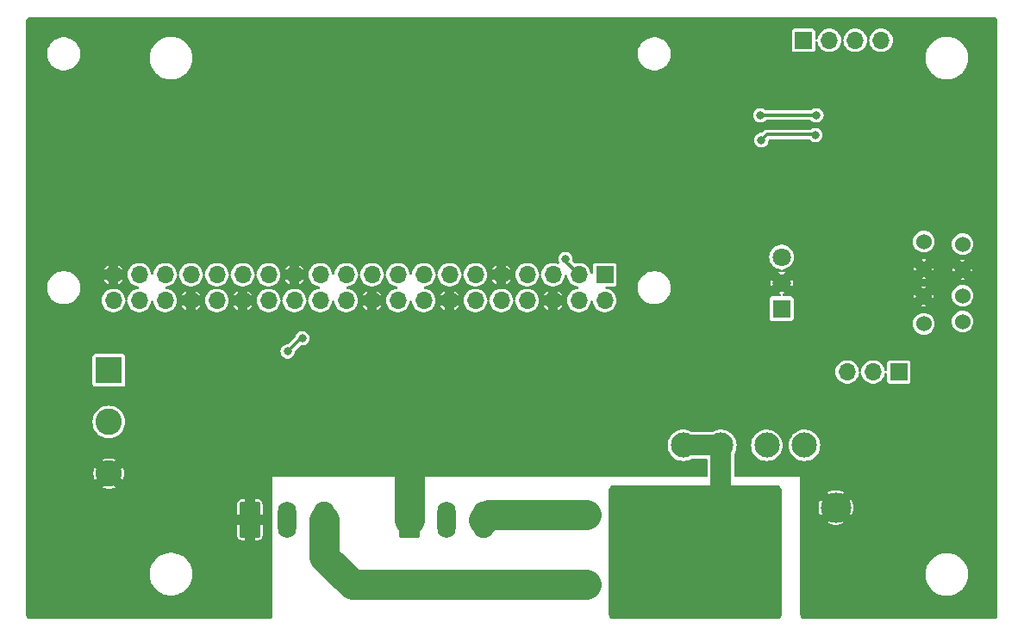
<source format=gbr>
%TF.GenerationSoftware,KiCad,Pcbnew,8.0.7*%
%TF.CreationDate,2024-12-30T21:46:30-05:00*%
%TF.ProjectId,Pi_Zero_W_2,50695f5a-6572-46f5-9f57-5f322e6b6963,v1*%
%TF.SameCoordinates,Original*%
%TF.FileFunction,Copper,L2,Bot*%
%TF.FilePolarity,Positive*%
%FSLAX46Y46*%
G04 Gerber Fmt 4.6, Leading zero omitted, Abs format (unit mm)*
G04 Created by KiCad (PCBNEW 8.0.7) date 2024-12-30 21:46:30*
%MOMM*%
%LPD*%
G01*
G04 APERTURE LIST*
G04 Aperture macros list*
%AMRoundRect*
0 Rectangle with rounded corners*
0 $1 Rounding radius*
0 $2 $3 $4 $5 $6 $7 $8 $9 X,Y pos of 4 corners*
0 Add a 4 corners polygon primitive as box body*
4,1,4,$2,$3,$4,$5,$6,$7,$8,$9,$2,$3,0*
0 Add four circle primitives for the rounded corners*
1,1,$1+$1,$2,$3*
1,1,$1+$1,$4,$5*
1,1,$1+$1,$6,$7*
1,1,$1+$1,$8,$9*
0 Add four rect primitives between the rounded corners*
20,1,$1+$1,$2,$3,$4,$5,0*
20,1,$1+$1,$4,$5,$6,$7,0*
20,1,$1+$1,$6,$7,$8,$9,0*
20,1,$1+$1,$8,$9,$2,$3,0*%
G04 Aperture macros list end*
%TA.AperFunction,ComponentPad*%
%ADD10RoundRect,0.291667X-0.758333X-1.508333X0.758333X-1.508333X0.758333X1.508333X-0.758333X1.508333X0*%
%TD*%
%TA.AperFunction,ComponentPad*%
%ADD11O,1.800000X3.600000*%
%TD*%
%TA.AperFunction,ComponentPad*%
%ADD12O,2.100000X3.600000*%
%TD*%
%TA.AperFunction,ComponentPad*%
%ADD13R,1.700000X1.700000*%
%TD*%
%TA.AperFunction,ComponentPad*%
%ADD14O,1.700000X1.700000*%
%TD*%
%TA.AperFunction,ComponentPad*%
%ADD15R,3.000000X3.000000*%
%TD*%
%TA.AperFunction,ComponentPad*%
%ADD16C,3.000000*%
%TD*%
%TA.AperFunction,ComponentPad*%
%ADD17C,2.475000*%
%TD*%
%TA.AperFunction,ComponentPad*%
%ADD18R,1.800000X1.800000*%
%TD*%
%TA.AperFunction,ComponentPad*%
%ADD19C,1.800000*%
%TD*%
%TA.AperFunction,ComponentPad*%
%ADD20C,1.524000*%
%TD*%
%TA.AperFunction,ComponentPad*%
%ADD21R,2.600000X2.600000*%
%TD*%
%TA.AperFunction,ComponentPad*%
%ADD22C,2.600000*%
%TD*%
%TA.AperFunction,ViaPad*%
%ADD23C,0.800000*%
%TD*%
%TA.AperFunction,Conductor*%
%ADD24C,0.350000*%
%TD*%
%TA.AperFunction,Conductor*%
%ADD25C,3.000000*%
%TD*%
%TA.AperFunction,Conductor*%
%ADD26C,2.000000*%
%TD*%
G04 APERTURE END LIST*
D10*
%TO.P,J1,1,Pin_1*%
%TO.N,GND*%
X-44738400Y20200900D03*
D11*
%TO.P,J1,2,Pin_2*%
%TO.N,/Outputs/DOUT1*%
X-41078400Y20200900D03*
D12*
%TO.P,J1,3,Pin_3*%
%TO.N,/Outputs/VOUT1*%
X-37418400Y20200900D03*
%TD*%
%TO.P,J2,3,Pin_3*%
%TO.N,/Outputs/VOUT2*%
X-53058400Y20200900D03*
D11*
%TO.P,J2,2,Pin_2*%
%TO.N,/Outputs/DOUT2*%
X-56718400Y20200900D03*
D10*
%TO.P,J2,1,Pin_1*%
%TO.N,GND*%
X-60378400Y20200900D03*
%TD*%
D13*
%TO.P,J5,1,Pin_1*%
%TO.N,/VIN_Reg*%
X3381600Y34734100D03*
D14*
%TO.P,J5,2,Pin_2*%
%TO.N,VCC*%
X841600Y34734100D03*
%TO.P,J5,3,Pin_3*%
%TO.N,+5V*%
X-1698400Y34734100D03*
%TD*%
D13*
%TO.P,J6,1,Pin_1*%
%TO.N,I2C_SDA*%
X-5988400Y67375900D03*
D14*
%TO.P,J6,2,Pin_2*%
%TO.N,I2C_SCL*%
X-3448400Y67375900D03*
%TO.P,J6,3,Pin_3*%
%TO.N,Net-(J6-Pin_3)*%
X-908400Y67375900D03*
%TO.P,J6,4,Pin_4*%
%TO.N,Net-(J6-Pin_4)*%
X1631600Y67375900D03*
%TD*%
D15*
%TO.P,J3,1,Pin_1*%
%TO.N,VIN2*%
X-11066360Y21412100D03*
D16*
%TO.P,J3,2,Pin_2*%
%TO.N,GND*%
X-2816440Y21412100D03*
%TD*%
D17*
%TO.P,F1,1_1,1*%
%TO.N,VIN2*%
X-19168400Y20700900D03*
%TO.P,F1,1_2,1*%
X-22868400Y20700900D03*
%TO.P,F1,2_1,2*%
%TO.N,/Outputs/VOUT1*%
X-27368400Y20700900D03*
%TO.P,F1,2_2,2*%
X-31068400Y20700900D03*
%TD*%
%TO.P,F2,1_1,1*%
%TO.N,VIN2*%
X-19118400Y13800900D03*
%TO.P,F2,1_2,1*%
X-22818400Y13800900D03*
%TO.P,F2,2_1,2*%
%TO.N,/Outputs/VOUT2*%
X-27318400Y13800900D03*
%TO.P,F2,2_2,2*%
X-31018400Y13800900D03*
%TD*%
D18*
%TO.P,U1,1,IN*%
%TO.N,/VIN_Reg*%
X-8143400Y40975900D03*
D19*
%TO.P,U1,2,GND*%
%TO.N,GND*%
X-8143400Y43515900D03*
%TO.P,U1,3,OUT*%
%TO.N,+5V*%
X-8143400Y46055900D03*
D20*
%TO.P,U1,4,OUT*%
X9636600Y47325900D03*
%TO.P,U1,5,GND*%
%TO.N,GND*%
X9636600Y44785900D03*
%TO.P,U1,6,IN*%
%TO.N,/VIN_Reg*%
X9636600Y42245900D03*
%TO.P,U1,7,EN*%
%TO.N,unconnected-(U1-EN-Pad7)*%
X9636600Y39705900D03*
%TO.P,U1,8,OUT*%
%TO.N,+5V*%
X5826600Y47557840D03*
%TO.P,U1,9,GND*%
%TO.N,GND*%
X5826600Y44862900D03*
%TO.P,U1,10,GND*%
X5826600Y42168900D03*
%TO.P,U1,11,IN*%
%TO.N,/VIN_Reg*%
X5826600Y39473960D03*
%TD*%
D21*
%TO.P,J4,1,Pin_1*%
%TO.N,/Outputs/DMX+*%
X-74223400Y34900900D03*
D22*
%TO.P,J4,2,Pin_2*%
%TO.N,/Outputs/DMX-*%
X-74223400Y29820900D03*
%TO.P,J4,3,Pin_3*%
%TO.N,GND*%
X-74223400Y24740900D03*
%TD*%
D17*
%TO.P,F3,1_1,1*%
%TO.N,VIN2*%
X-17793400Y27525900D03*
%TO.P,F3,1_2,1*%
X-14093400Y27525900D03*
%TO.P,F3,2_1,2*%
%TO.N,VIN*%
X-9593400Y27525900D03*
%TO.P,F3,2_2,2*%
X-5893400Y27525900D03*
%TD*%
D13*
%TO.P,U3,1,3V3*%
%TO.N,+3V3*%
X-25518400Y44300900D03*
D14*
%TO.P,U3,2,5V*%
%TO.N,+5V*%
X-25518400Y41760900D03*
%TO.P,U3,3,SDA/GPIO2*%
%TO.N,I2C_SDA*%
X-28058400Y44300900D03*
%TO.P,U3,4,5V*%
%TO.N,+5V*%
X-28058400Y41760900D03*
%TO.P,U3,5,SCL/GPIO3*%
%TO.N,I2C_SCL*%
X-30598400Y44300900D03*
%TO.P,U3,6,GND*%
%TO.N,GND*%
X-30598400Y41760900D03*
%TO.P,U3,7,GCLK0/GPIO4*%
%TO.N,unconnected-(U3-GCLK0{slash}GPIO4-Pad7)*%
X-33138400Y44300900D03*
%TO.P,U3,8,GPIO14/TXD*%
%TO.N,TXD*%
X-33138400Y41760900D03*
%TO.P,U3,9,GND*%
%TO.N,GND*%
X-35678400Y44300900D03*
%TO.P,U3,10,GPIO15/RXD*%
%TO.N,unconnected-(U3-GPIO15{slash}RXD-Pad10)*%
X-35678400Y41760900D03*
%TO.P,U3,11,GPIO17*%
%TO.N,unconnected-(U3-GPIO17-Pad11)*%
X-38218400Y44300900D03*
%TO.P,U3,12,GPIO18/PWM0*%
%TO.N,DATA1*%
X-38218400Y41760900D03*
%TO.P,U3,13,GPIO27*%
%TO.N,unconnected-(U3-GPIO27-Pad13)*%
X-40758400Y44300900D03*
%TO.P,U3,14,GND*%
%TO.N,GND*%
X-40758400Y41760900D03*
%TO.P,U3,15,GPIO22*%
%TO.N,unconnected-(U3-GPIO22-Pad15)*%
X-43298400Y44300900D03*
%TO.P,U3,16,GPIO23*%
%TO.N,unconnected-(U3-GPIO23-Pad16)*%
X-43298400Y41760900D03*
%TO.P,U3,17,3V3*%
%TO.N,unconnected-(U3-3V3-Pad17)*%
X-45838400Y44300900D03*
%TO.P,U3,18,GPIO24*%
%TO.N,unconnected-(U3-GPIO24-Pad18)*%
X-45838400Y41760900D03*
%TO.P,U3,19,MOSI0/GPIO10*%
%TO.N,unconnected-(U3-MOSI0{slash}GPIO10-Pad19)*%
X-48378400Y44300900D03*
%TO.P,U3,20,GND*%
%TO.N,GND*%
X-48378400Y41760900D03*
%TO.P,U3,21,MISO0/GPIO9*%
%TO.N,unconnected-(U3-MISO0{slash}GPIO9-Pad21)*%
X-50918400Y44300900D03*
%TO.P,U3,22,GPIO25*%
%TO.N,unconnected-(U3-GPIO25-Pad22)*%
X-50918400Y41760900D03*
%TO.P,U3,23,SCLK0/GPIO11*%
%TO.N,unconnected-(U3-SCLK0{slash}GPIO11-Pad23)*%
X-53458400Y44300900D03*
%TO.P,U3,24,~{CE0}/GPIO8*%
%TO.N,unconnected-(U3-~{CE0}{slash}GPIO8-Pad24)*%
X-53458400Y41760900D03*
%TO.P,U3,25,GND*%
%TO.N,GND*%
X-55998400Y44300900D03*
%TO.P,U3,26,~{CE1}/GPIO7*%
%TO.N,unconnected-(U3-~{CE1}{slash}GPIO7-Pad26)*%
X-55998400Y41760900D03*
%TO.P,U3,27,ID_SD/GPIO0*%
%TO.N,BTN1*%
X-58538400Y44300900D03*
%TO.P,U3,28,ID_SC/GPIO1*%
%TO.N,BTN2*%
X-58538400Y41760900D03*
%TO.P,U3,29,GCLK1/GPIO5*%
%TO.N,unconnected-(U3-GCLK1{slash}GPIO5-Pad29)*%
X-61078400Y44300900D03*
%TO.P,U3,30,GND*%
%TO.N,GND*%
X-61078400Y41760900D03*
%TO.P,U3,31,GCLK2/GPIO6*%
%TO.N,unconnected-(U3-GCLK2{slash}GPIO6-Pad31)*%
X-63618400Y44300900D03*
%TO.P,U3,32,PWM0/GPIO12*%
%TO.N,unconnected-(U3-PWM0{slash}GPIO12-Pad32)*%
X-63618400Y41760900D03*
%TO.P,U3,33,PWM1/GPIO13*%
%TO.N,unconnected-(U3-PWM1{slash}GPIO13-Pad33)*%
X-66158400Y44300900D03*
%TO.P,U3,34,GND*%
%TO.N,GND*%
X-66158400Y41760900D03*
%TO.P,U3,35,GPIO19/MISO1*%
%TO.N,DATA2*%
X-68698400Y44300900D03*
%TO.P,U3,36,GPIO16*%
%TO.N,unconnected-(U3-GPIO16-Pad36)*%
X-68698400Y41760900D03*
%TO.P,U3,37,GPIO26*%
%TO.N,unconnected-(U3-GPIO26-Pad37)*%
X-71238400Y44300900D03*
%TO.P,U3,38,GPIO20/MOSI1*%
%TO.N,unconnected-(U3-GPIO20{slash}MOSI1-Pad38)*%
X-71238400Y41760900D03*
%TO.P,U3,39,GND*%
%TO.N,GND*%
X-73778400Y44300900D03*
%TO.P,U3,40,GPIO21/SCLK1*%
%TO.N,unconnected-(U3-GPIO21{slash}SCLK1-Pad40)*%
X-73778400Y41760900D03*
%TD*%
D23*
%TO.N,GND*%
X12131600Y11650900D03*
X11881600Y30400900D03*
X11881600Y37400900D03*
X-66368400Y35650900D03*
X-2618400Y29650900D03*
X2131600Y29650900D03*
X-3118400Y25400900D03*
X1631600Y25400900D03*
X-5118400Y11650900D03*
X3131600Y11650900D03*
X3131600Y20400900D03*
X7381600Y20400900D03*
X12131600Y20400900D03*
X-58618400Y36900900D03*
X-65118400Y21400900D03*
X-59118400Y12400900D03*
X-63118400Y12400900D03*
X-73118400Y12400900D03*
X-81118400Y12400900D03*
X-81118400Y19400900D03*
X-81118400Y24400900D03*
X-81118400Y30400900D03*
X-81118400Y37400900D03*
X-81118400Y53400900D03*
X-81118400Y60400900D03*
X-74118400Y60400900D03*
X-37118400Y60400900D03*
X-27118400Y60400900D03*
X-58118400Y60400900D03*
X-66118400Y60400900D03*
X-66118400Y47400900D03*
X-80118400Y47400900D03*
X-66118400Y53400900D03*
X-74118400Y53400900D03*
X-58118400Y53400900D03*
X-74118400Y66400900D03*
X-55118400Y25600900D03*
X-48918400Y25600900D03*
X-42518400Y25400900D03*
X-39318400Y25400900D03*
X-32518400Y25400900D03*
X-26718400Y25400900D03*
X-21318400Y28800900D03*
X-21318400Y27000900D03*
X-21318400Y25400900D03*
X-33718400Y30000900D03*
X-30918400Y32400900D03*
X-31918400Y35200900D03*
X-28918400Y38600900D03*
X-36918400Y38800900D03*
X-39718400Y38800900D03*
X-43118400Y36800900D03*
X-52918400Y36800900D03*
X-45718400Y32600900D03*
X-48318400Y30000900D03*
X-63918400Y27000900D03*
X-59718400Y27000900D03*
X-56118400Y30000900D03*
X-59718400Y29800900D03*
X-62318400Y31600900D03*
X-61718400Y35200900D03*
X-9218400Y49300900D03*
X-13968400Y42250900D03*
X-12818400Y43650900D03*
X6581600Y37350900D03*
X9281600Y23700900D03*
X10681600Y25150900D03*
X9231600Y26650900D03*
X-9868400Y36150900D03*
X-9818400Y34350900D03*
X-9818400Y32650900D03*
X-19518400Y32650900D03*
X-19518400Y36100900D03*
X-19518400Y34450900D03*
X-26668400Y35950900D03*
X-25318400Y34750900D03*
X-38168400Y30000900D03*
X-42468400Y32500900D03*
X-42518400Y30250900D03*
X-53768400Y30050900D03*
X-52818400Y34800900D03*
X-34268400Y32900900D03*
X-35618400Y34150900D03*
X-37118400Y34850900D03*
X-40968400Y33900900D03*
X-39668400Y34900900D03*
X-66068400Y28500900D03*
X-66068400Y31100900D03*
X-67268400Y29750900D03*
X-49618400Y32950900D03*
X-50968400Y34250900D03*
X-55118400Y34800900D03*
X-56268400Y33750900D03*
%TO.N,TXD*%
X-56668400Y36750900D03*
X-55218400Y38050900D03*
%TO.N,GND*%
X-18018400Y36100900D03*
X-16818400Y36100900D03*
X-15718400Y36100900D03*
X-13818400Y36100900D03*
X-11218400Y36100900D03*
X-12418400Y36100900D03*
X-11218400Y32600900D03*
X-12418400Y32600900D03*
X-13818400Y32600900D03*
X-15718400Y32600900D03*
X-16818400Y32600900D03*
X-18018400Y32600900D03*
X-4918400Y37100900D03*
X-3018400Y41700900D03*
X1181600Y41600900D03*
X1181600Y44200900D03*
X-2918400Y44100900D03*
X-1718400Y63250900D03*
X-16068400Y58950900D03*
X-50418400Y50026899D03*
X81600Y65600900D03*
X4381600Y67800900D03*
X-53418400Y53450900D03*
X-4868400Y50400900D03*
X-48118400Y66400900D03*
X-7518400Y61700900D03*
X-1818400Y61100900D03*
X-8518400Y67800900D03*
X-32568400Y53250900D03*
X9531600Y51900900D03*
X-37118400Y66400900D03*
X-26968400Y50100900D03*
X5331600Y36000900D03*
X131600Y30900900D03*
X-5643400Y47850900D03*
X8091600Y33668900D03*
X-64293400Y36795900D03*
X1381600Y51950900D03*
X-27118400Y66400900D03*
X11681600Y58200900D03*
X-10618400Y49250900D03*
X-7718400Y50750900D03*
X-3418400Y65600900D03*
X-42018400Y53400900D03*
X-10368400Y61900900D03*
X3231600Y50050900D03*
X-58118400Y66400900D03*
X-8818400Y53600900D03*
X2081600Y47850900D03*
X11681600Y50000900D03*
X-56468400Y50100900D03*
X-20568400Y46550900D03*
X-65818400Y36800900D03*
X-41418400Y50026899D03*
X781600Y37050900D03*
X-1968400Y56450900D03*
X11431600Y67700900D03*
X6931600Y57950900D03*
X-12468400Y53550900D03*
X-21308054Y53162580D03*
X-5718400Y57150900D03*
X3331600Y57850900D03*
%TO.N,I2C_SDA*%
X-29368400Y45850900D03*
%TO.N,BTN1*%
X-4828400Y58050900D03*
X-10118400Y57550900D03*
%TO.N,BTN2*%
X-10218400Y60000900D03*
X-4718400Y60000900D03*
%TD*%
D24*
%TO.N,TXD*%
X-55368400Y38050900D02*
X-56668400Y36750900D01*
X-55218400Y38050900D02*
X-55368400Y38050900D01*
D25*
%TO.N,GND*%
X-44738400Y23100900D02*
X-44738400Y25680900D01*
X-44738400Y20200900D02*
X-44738400Y23100900D01*
%TO.N,/Outputs/VOUT2*%
X-53058400Y16540900D02*
X-53058400Y20200900D01*
X-50318400Y13800900D02*
X-53058400Y16540900D01*
X-27318400Y13800900D02*
X-50318400Y13800900D01*
%TO.N,/Outputs/VOUT1*%
X-27368400Y20700900D02*
X-36918400Y20700900D01*
X-36918400Y20700900D02*
X-37418400Y20200900D01*
D26*
%TO.N,VIN2*%
X-14093400Y21550980D02*
X-13954520Y21412100D01*
X-14093400Y27525900D02*
X-14093400Y21550980D01*
X-13954520Y21412100D02*
X-11066360Y21412100D01*
X-14093400Y27525900D02*
X-17793400Y27525900D01*
D24*
%TO.N,I2C_SDA*%
X-28058400Y44300900D02*
X-29368400Y45610900D01*
X-29368400Y45610900D02*
X-29368400Y45850900D01*
%TO.N,BTN1*%
X-9568400Y58100900D02*
X-10118400Y57550900D01*
X-4878400Y58100900D02*
X-9568400Y58100900D01*
X-4828400Y58050900D02*
X-4878400Y58100900D01*
%TO.N,BTN2*%
X-4718400Y60000900D02*
X-10218400Y60000900D01*
%TD*%
%TA.AperFunction,Conductor*%
%TO.N,VIN2*%
G36*
X-8617651Y23599824D02*
G01*
X-8582214Y23595163D01*
X-8510872Y23585777D01*
X-8479125Y23577276D01*
X-8387308Y23539275D01*
X-8358842Y23522854D01*
X-8358696Y23522742D01*
X-8279979Y23462399D01*
X-8256724Y23439171D01*
X-8196179Y23360375D01*
X-8179723Y23331921D01*
X-8141619Y23240148D01*
X-8133082Y23208408D01*
X-8118915Y23101646D01*
X-8117821Y23085231D01*
X-8110917Y16948399D01*
X-8104133Y10917735D01*
X-8105194Y10901275D01*
X-8119160Y10794341D01*
X-8127649Y10762539D01*
X-8165652Y10670572D01*
X-8182088Y10642055D01*
X-8242615Y10563067D01*
X-8265875Y10539782D01*
X-8266122Y10539591D01*
X-8344793Y10479166D01*
X-8373292Y10462698D01*
X-8410490Y10447278D01*
X-8437684Y10436005D01*
X-8485933Y10426400D01*
X-24736590Y10426400D01*
X-24784807Y10435991D01*
X-24849078Y10462613D01*
X-24877561Y10479058D01*
X-24888299Y10487298D01*
X-24956454Y10539595D01*
X-24979706Y10562847D01*
X-25040244Y10641742D01*
X-25056687Y10670221D01*
X-25094745Y10762101D01*
X-25103255Y10793863D01*
X-25117322Y10900713D01*
X-25118400Y10917159D01*
X-25118400Y23084642D01*
X-25117322Y23101088D01*
X-25117169Y23102251D01*
X-25103255Y23207940D01*
X-25094746Y23239698D01*
X-25056686Y23331584D01*
X-25040247Y23360056D01*
X-24979702Y23438959D01*
X-24956459Y23462202D01*
X-24877556Y23522747D01*
X-24849084Y23539186D01*
X-24757198Y23577246D01*
X-24725440Y23585755D01*
X-24634517Y23597725D01*
X-24618587Y23599822D01*
X-24602141Y23600900D01*
X-8634085Y23600900D01*
X-8617651Y23599824D01*
G37*
%TD.AperFunction*%
%TD*%
%TA.AperFunction,Conductor*%
%TO.N,GND*%
G36*
X12777939Y69645793D02*
G01*
X12842231Y69619163D01*
X12870711Y69602720D01*
X12949612Y69542177D01*
X12972870Y69518918D01*
X13033409Y69440017D01*
X13049855Y69411529D01*
X13076477Y69347250D01*
X13086066Y69299026D01*
X13081131Y10782668D01*
X13071537Y10734454D01*
X13044918Y10670201D01*
X13028471Y10641717D01*
X12967934Y10562832D01*
X12944675Y10539576D01*
X12865791Y10479051D01*
X12837308Y10462607D01*
X12773049Y10435991D01*
X12724832Y10426400D01*
X-5936590Y10426400D01*
X-5984807Y10435991D01*
X-6049078Y10462613D01*
X-6077561Y10479058D01*
X-6088299Y10487298D01*
X-6156454Y10539595D01*
X-6179706Y10562847D01*
X-6240244Y10641742D01*
X-6256687Y10670221D01*
X-6294745Y10762101D01*
X-6303255Y10793863D01*
X-6317322Y10900713D01*
X-6318400Y10917159D01*
X-6318400Y14963577D01*
X5981100Y14963577D01*
X5981100Y14688224D01*
X6017038Y14415241D01*
X6017040Y14415234D01*
X6081606Y14174268D01*
X6088305Y14149269D01*
X6193677Y13894878D01*
X6193683Y13894867D01*
X6331348Y13656425D01*
X6498972Y13437972D01*
X6498981Y13437962D01*
X6693661Y13243282D01*
X6693671Y13243273D01*
X6693672Y13243272D01*
X6879540Y13100651D01*
X6912124Y13075649D01*
X7150566Y12937984D01*
X7150577Y12937978D01*
X7150579Y12937977D01*
X7404968Y12832605D01*
X7670934Y12761340D01*
X7670938Y12761340D01*
X7670940Y12761339D01*
X7741296Y12752077D01*
X7943926Y12725400D01*
X7943933Y12725400D01*
X8219267Y12725400D01*
X8219274Y12725400D01*
X8465991Y12757881D01*
X8492259Y12761339D01*
X8492259Y12761340D01*
X8492266Y12761340D01*
X8758232Y12832605D01*
X9012621Y12937977D01*
X9251079Y13075651D01*
X9469528Y13243272D01*
X9664228Y13437972D01*
X9831849Y13656421D01*
X9969523Y13894879D01*
X10074895Y14149268D01*
X10146160Y14415234D01*
X10182100Y14688226D01*
X10182100Y14963574D01*
X10146160Y15236566D01*
X10074895Y15502532D01*
X9969523Y15756921D01*
X9969522Y15756923D01*
X9969516Y15756934D01*
X9831851Y15995376D01*
X9664227Y16213829D01*
X9664218Y16213839D01*
X9469538Y16408519D01*
X9469528Y16408528D01*
X9251075Y16576152D01*
X9012633Y16713817D01*
X9012622Y16713823D01*
X8885426Y16766509D01*
X8758232Y16819195D01*
X8492266Y16890460D01*
X8492259Y16890462D01*
X8219276Y16926400D01*
X8219274Y16926400D01*
X7943926Y16926400D01*
X7943923Y16926400D01*
X7670940Y16890462D01*
X7404968Y16819195D01*
X7150577Y16713823D01*
X7150566Y16713817D01*
X6912124Y16576152D01*
X6693671Y16408528D01*
X6693661Y16408519D01*
X6498981Y16213839D01*
X6498972Y16213829D01*
X6331348Y15995376D01*
X6193683Y15756934D01*
X6193677Y15756923D01*
X6088305Y15502532D01*
X6017038Y15236560D01*
X5981100Y14963577D01*
X-6318400Y14963577D01*
X-6318400Y21412100D01*
X-4521207Y21412100D01*
X-4502165Y21158014D01*
X-4445470Y20909613D01*
X-4445468Y20909608D01*
X-4352386Y20672436D01*
X-4352384Y20672432D01*
X-4319747Y20615903D01*
X-3566440Y21369209D01*
X-3566440Y21338231D01*
X-3537618Y21193333D01*
X-3481081Y21056842D01*
X-3399003Y20934003D01*
X-3294537Y20829537D01*
X-3171698Y20747459D01*
X-3035207Y20690922D01*
X-2890309Y20662100D01*
X-2859335Y20662100D01*
X-3612722Y19908714D01*
X-3612722Y19908712D01*
X-3439265Y19825179D01*
X-3439253Y19825174D01*
X-3195797Y19750078D01*
X-3195785Y19750076D01*
X-2943833Y19712100D01*
X-2689047Y19712100D01*
X-2437096Y19750076D01*
X-2437084Y19750078D01*
X-2193625Y19825175D01*
X-2193618Y19825178D01*
X-2020159Y19908711D01*
X-2020159Y19908712D01*
X-2773546Y20662100D01*
X-2742571Y20662100D01*
X-2597673Y20690922D01*
X-2461182Y20747459D01*
X-2338343Y20829537D01*
X-2233877Y20934003D01*
X-2151799Y21056842D01*
X-2095262Y21193333D01*
X-2066440Y21338231D01*
X-2066440Y21369207D01*
X-1313136Y20615903D01*
X-1313135Y20615903D01*
X-1280501Y20672424D01*
X-1187413Y20909608D01*
X-1187411Y20909613D01*
X-1130716Y21158014D01*
X-1111674Y21412100D01*
X-1130716Y21666187D01*
X-1187411Y21914588D01*
X-1187413Y21914593D01*
X-1280496Y22151767D01*
X-1313136Y22208300D01*
X-2066440Y21454996D01*
X-2066440Y21485969D01*
X-2095262Y21630867D01*
X-2151799Y21767358D01*
X-2233877Y21890197D01*
X-2338343Y21994663D01*
X-2461182Y22076741D01*
X-2597673Y22133278D01*
X-2742571Y22162100D01*
X-2773547Y22162100D01*
X-2020159Y22915491D01*
X-2193617Y22999023D01*
X-2193625Y22999026D01*
X-2437084Y23074123D01*
X-2437096Y23074125D01*
X-2689047Y23112100D01*
X-2943833Y23112100D01*
X-3195785Y23074125D01*
X-3195797Y23074123D01*
X-3439256Y22999026D01*
X-3439263Y22999023D01*
X-3612722Y22915490D01*
X-3612722Y22915488D01*
X-2859334Y22162100D01*
X-2890309Y22162100D01*
X-3035207Y22133278D01*
X-3171698Y22076741D01*
X-3294537Y21994663D01*
X-3399003Y21890197D01*
X-3481081Y21767358D01*
X-3537618Y21630867D01*
X-3566440Y21485969D01*
X-3566440Y21454994D01*
X-4319746Y22208300D01*
X-4319747Y22208299D01*
X-4352382Y22151774D01*
X-4445468Y21914593D01*
X-4445470Y21914588D01*
X-4502165Y21666187D01*
X-4521207Y21412100D01*
X-6318400Y21412100D01*
X-6318400Y23892893D01*
X-6318400Y23892900D01*
X-6318400Y24400900D01*
X-6826399Y24400900D01*
X-12666900Y24400900D01*
X-12735021Y24420902D01*
X-12781514Y24474558D01*
X-12792900Y24526900D01*
X-12792900Y26669039D01*
X-12774333Y26734874D01*
X-12718794Y26825503D01*
X-12626152Y27049162D01*
X-12569638Y27284560D01*
X-12550644Y27525900D01*
X-11136156Y27525900D01*
X-11117162Y27284561D01*
X-11060649Y27049164D01*
X-10968007Y26825505D01*
X-10841515Y26619090D01*
X-10841514Y26619088D01*
X-10684294Y26435007D01*
X-10500213Y26277787D01*
X-10500209Y26277784D01*
X-10293797Y26151294D01*
X-10070138Y26058652D01*
X-9834740Y26002138D01*
X-9593400Y25983144D01*
X-9352060Y26002138D01*
X-9116662Y26058652D01*
X-8893003Y26151294D01*
X-8686591Y26277784D01*
X-8502507Y26435007D01*
X-8345284Y26619091D01*
X-8218794Y26825503D01*
X-8126152Y27049162D01*
X-8069638Y27284560D01*
X-8050644Y27525900D01*
X-7436156Y27525900D01*
X-7417162Y27284561D01*
X-7360649Y27049164D01*
X-7268007Y26825505D01*
X-7141515Y26619090D01*
X-7141514Y26619088D01*
X-6984294Y26435007D01*
X-6800213Y26277787D01*
X-6800209Y26277784D01*
X-6593797Y26151294D01*
X-6370138Y26058652D01*
X-6134740Y26002138D01*
X-5893400Y25983144D01*
X-5652060Y26002138D01*
X-5416662Y26058652D01*
X-5193003Y26151294D01*
X-4986591Y26277784D01*
X-4802507Y26435007D01*
X-4645284Y26619091D01*
X-4518794Y26825503D01*
X-4426152Y27049162D01*
X-4369638Y27284560D01*
X-4350644Y27525900D01*
X-4369638Y27767240D01*
X-4426152Y28002638D01*
X-4518794Y28226297D01*
X-4645284Y28432709D01*
X-4645287Y28432713D01*
X-4802507Y28616794D01*
X-4986588Y28774014D01*
X-4986590Y28774015D01*
X-4986591Y28774016D01*
X-5193003Y28900506D01*
X-5416662Y28993148D01*
X-5416664Y28993149D01*
X-5577694Y29031809D01*
X-5652060Y29049662D01*
X-5893400Y29068656D01*
X-6134740Y29049662D01*
X-6370137Y28993149D01*
X-6593796Y28900507D01*
X-6800211Y28774015D01*
X-6800213Y28774014D01*
X-6984294Y28616794D01*
X-7141514Y28432713D01*
X-7141515Y28432711D01*
X-7268007Y28226296D01*
X-7360649Y28002637D01*
X-7417162Y27767240D01*
X-7436156Y27525900D01*
X-8050644Y27525900D01*
X-8069638Y27767240D01*
X-8126152Y28002638D01*
X-8218794Y28226297D01*
X-8345284Y28432709D01*
X-8345287Y28432713D01*
X-8502507Y28616794D01*
X-8686588Y28774014D01*
X-8686590Y28774015D01*
X-8686591Y28774016D01*
X-8893003Y28900506D01*
X-9116662Y28993148D01*
X-9116664Y28993149D01*
X-9277694Y29031809D01*
X-9352060Y29049662D01*
X-9593400Y29068656D01*
X-9834740Y29049662D01*
X-10070137Y28993149D01*
X-10293796Y28900507D01*
X-10500211Y28774015D01*
X-10500213Y28774014D01*
X-10684294Y28616794D01*
X-10841514Y28432713D01*
X-10841515Y28432711D01*
X-10968007Y28226296D01*
X-11060649Y28002637D01*
X-11117162Y27767240D01*
X-11136156Y27525900D01*
X-12550644Y27525900D01*
X-12569638Y27767240D01*
X-12626152Y28002638D01*
X-12718794Y28226297D01*
X-12845284Y28432709D01*
X-12845287Y28432713D01*
X-13002507Y28616794D01*
X-13186588Y28774014D01*
X-13186590Y28774015D01*
X-13186591Y28774016D01*
X-13393003Y28900506D01*
X-13616662Y28993148D01*
X-13616664Y28993149D01*
X-13777694Y29031809D01*
X-13852060Y29049662D01*
X-14093400Y29068656D01*
X-14334740Y29049662D01*
X-14570137Y28993149D01*
X-14793798Y28900506D01*
X-14831762Y28877241D01*
X-14884427Y28844968D01*
X-14950261Y28826400D01*
X-16936539Y28826400D01*
X-17002374Y28844968D01*
X-17093003Y28900506D01*
X-17316662Y28993148D01*
X-17316664Y28993149D01*
X-17477694Y29031809D01*
X-17552060Y29049662D01*
X-17793400Y29068656D01*
X-18034740Y29049662D01*
X-18270137Y28993149D01*
X-18493796Y28900507D01*
X-18700211Y28774015D01*
X-18700213Y28774014D01*
X-18884294Y28616794D01*
X-19041514Y28432713D01*
X-19041515Y28432711D01*
X-19168007Y28226296D01*
X-19260649Y28002637D01*
X-19317162Y27767240D01*
X-19336156Y27525900D01*
X-19317162Y27284561D01*
X-19260649Y27049164D01*
X-19168007Y26825505D01*
X-19041515Y26619090D01*
X-19041514Y26619088D01*
X-18884294Y26435007D01*
X-18700213Y26277787D01*
X-18700209Y26277784D01*
X-18493797Y26151294D01*
X-18270138Y26058652D01*
X-18034740Y26002138D01*
X-17793400Y25983144D01*
X-17552060Y26002138D01*
X-17316662Y26058652D01*
X-17093003Y26151294D01*
X-17002374Y26206833D01*
X-16936539Y26225400D01*
X-15519900Y26225400D01*
X-15451779Y26205398D01*
X-15405286Y26151742D01*
X-15393900Y26099400D01*
X-15393900Y24526900D01*
X-15413902Y24458779D01*
X-15467558Y24412286D01*
X-15519900Y24400900D01*
X-57610402Y24400900D01*
X-58118400Y24400900D01*
X-58118400Y23892902D01*
X-58118400Y10917159D01*
X-58119478Y10900712D01*
X-58133545Y10793866D01*
X-58142058Y10762095D01*
X-58180112Y10670224D01*
X-58196559Y10641738D01*
X-58257092Y10562850D01*
X-58280351Y10539591D01*
X-58359240Y10479058D01*
X-58387724Y10462613D01*
X-58451991Y10435992D01*
X-58500210Y10426400D01*
X-81986590Y10426400D01*
X-82034807Y10435991D01*
X-82099078Y10462613D01*
X-82127561Y10479058D01*
X-82138299Y10487298D01*
X-82206454Y10539595D01*
X-82229706Y10562847D01*
X-82290244Y10641742D01*
X-82306688Y10670221D01*
X-82333310Y10734495D01*
X-82342900Y10782711D01*
X-82342900Y14988577D01*
X-70218900Y14988577D01*
X-70218900Y14713224D01*
X-70182962Y14440241D01*
X-70182960Y14440234D01*
X-70111695Y14174268D01*
X-70059009Y14047074D01*
X-70006323Y13919878D01*
X-70006317Y13919867D01*
X-69868652Y13681425D01*
X-69701028Y13462972D01*
X-69701019Y13462962D01*
X-69506339Y13268282D01*
X-69506329Y13268273D01*
X-69506328Y13268272D01*
X-69473749Y13243273D01*
X-69287876Y13100649D01*
X-69049434Y12962984D01*
X-69049423Y12962978D01*
X-69049421Y12962977D01*
X-68795032Y12857605D01*
X-68529066Y12786340D01*
X-68529062Y12786340D01*
X-68529060Y12786339D01*
X-68458704Y12777077D01*
X-68256074Y12750400D01*
X-68256067Y12750400D01*
X-67980733Y12750400D01*
X-67980726Y12750400D01*
X-67734009Y12782881D01*
X-67707741Y12786339D01*
X-67707741Y12786340D01*
X-67707734Y12786340D01*
X-67441768Y12857605D01*
X-67187379Y12962977D01*
X-66948921Y13100651D01*
X-66730472Y13268272D01*
X-66535772Y13462972D01*
X-66368151Y13681421D01*
X-66230477Y13919879D01*
X-66125105Y14174268D01*
X-66053840Y14440234D01*
X-66017900Y14713226D01*
X-66017900Y14988574D01*
X-66044577Y15191204D01*
X-66053839Y15261560D01*
X-66053840Y15261562D01*
X-66053840Y15261566D01*
X-66125105Y15527532D01*
X-66230477Y15781921D01*
X-66230478Y15781923D01*
X-66230484Y15781934D01*
X-66368149Y16020376D01*
X-66467447Y16149784D01*
X-66535772Y16238828D01*
X-66535773Y16238829D01*
X-66535782Y16238839D01*
X-66730462Y16433519D01*
X-66730472Y16433528D01*
X-66948925Y16601152D01*
X-67187367Y16738817D01*
X-67187378Y16738823D01*
X-67314574Y16791509D01*
X-67441768Y16844195D01*
X-67707734Y16915460D01*
X-67707741Y16915462D01*
X-67980724Y16951400D01*
X-67980726Y16951400D01*
X-68256074Y16951400D01*
X-68256077Y16951400D01*
X-68529060Y16915462D01*
X-68795032Y16844195D01*
X-69049423Y16738823D01*
X-69049434Y16738817D01*
X-69287876Y16601152D01*
X-69506329Y16433528D01*
X-69506339Y16433519D01*
X-69701019Y16238839D01*
X-69701028Y16238829D01*
X-69868652Y16020376D01*
X-70006317Y15781934D01*
X-70006323Y15781923D01*
X-70111695Y15527532D01*
X-70182962Y15261560D01*
X-70218900Y14988577D01*
X-82342900Y14988577D01*
X-82342900Y18645550D01*
X-61628399Y18645550D01*
X-61628398Y18645529D01*
X-61622105Y18586986D01*
X-61572694Y18454509D01*
X-61487970Y18341331D01*
X-61374792Y18256607D01*
X-61242318Y18207197D01*
X-61183761Y18200901D01*
X-60878400Y18200901D01*
X-59878400Y18200901D01*
X-59573049Y18200901D01*
X-59573029Y18200903D01*
X-59514486Y18207196D01*
X-59382009Y18256607D01*
X-59268831Y18341331D01*
X-59184107Y18454509D01*
X-59134697Y18586983D01*
X-59128401Y18645534D01*
X-59128400Y18645546D01*
X-59128400Y19700900D01*
X-59878400Y19700900D01*
X-59878400Y18200901D01*
X-60878400Y18200901D01*
X-60878400Y19700900D01*
X-61628399Y19700900D01*
X-61628399Y18645550D01*
X-82342900Y18645550D01*
X-82342900Y20279891D01*
X-61103400Y20279891D01*
X-61103400Y20121909D01*
X-61062511Y19969309D01*
X-60983519Y19832492D01*
X-60871808Y19720781D01*
X-60734991Y19641789D01*
X-60582391Y19600900D01*
X-60174409Y19600900D01*
X-60021809Y19641789D01*
X-59884992Y19720781D01*
X-59773281Y19832492D01*
X-59694289Y19969309D01*
X-59653400Y20121909D01*
X-59653400Y20279891D01*
X-59694289Y20432491D01*
X-59773281Y20569308D01*
X-59884992Y20681019D01*
X-59919427Y20700900D01*
X-59878400Y20700900D01*
X-59128401Y20700900D01*
X-59128401Y21756251D01*
X-59128403Y21756272D01*
X-59134696Y21814815D01*
X-59184107Y21947292D01*
X-59268831Y22060470D01*
X-59382009Y22145194D01*
X-59514483Y22194604D01*
X-59573034Y22200900D01*
X-59878400Y22200900D01*
X-59878400Y20700900D01*
X-59919427Y20700900D01*
X-60021809Y20760011D01*
X-60174409Y20800900D01*
X-60582391Y20800900D01*
X-60734991Y20760011D01*
X-60871808Y20681019D01*
X-60983519Y20569308D01*
X-61062511Y20432491D01*
X-61103400Y20279891D01*
X-82342900Y20279891D01*
X-82342900Y21756267D01*
X-61628400Y21756267D01*
X-61628400Y20700900D01*
X-60878400Y20700900D01*
X-60878400Y22200900D01*
X-61183751Y22200900D01*
X-61183772Y22200898D01*
X-61242315Y22194605D01*
X-61374792Y22145194D01*
X-61487970Y22060470D01*
X-61572694Y21947292D01*
X-61622104Y21814818D01*
X-61628400Y21756267D01*
X-82342900Y21756267D01*
X-82342900Y23385939D01*
X-74871257Y23385939D01*
X-74871257Y23385937D01*
X-74828008Y23362533D01*
X-74828006Y23362531D01*
X-74592895Y23281818D01*
X-74592888Y23281816D01*
X-74347690Y23240900D01*
X-74099110Y23240900D01*
X-73853913Y23281816D01*
X-73853906Y23281818D01*
X-73618796Y23362531D01*
X-73618789Y23362534D01*
X-73575545Y23385937D01*
X-73575545Y23385938D01*
X-74223400Y24033794D01*
X-74223401Y24033794D01*
X-74871257Y23385939D01*
X-82342900Y23385939D01*
X-82342900Y24740900D01*
X-75728541Y24740900D01*
X-75708012Y24493157D01*
X-75646989Y24252184D01*
X-75577545Y24093865D01*
X-74930507Y24740901D01*
X-74994525Y24804919D01*
X-74873400Y24804919D01*
X-74873400Y24676881D01*
X-74848421Y24551302D01*
X-74799422Y24433010D01*
X-74728288Y24326549D01*
X-74637751Y24236012D01*
X-74531290Y24164878D01*
X-74412998Y24115879D01*
X-74287419Y24090900D01*
X-74159381Y24090900D01*
X-74033802Y24115879D01*
X-73915510Y24164878D01*
X-73809049Y24236012D01*
X-73718512Y24326549D01*
X-73647378Y24433010D01*
X-73598379Y24551302D01*
X-73573400Y24676881D01*
X-73573400Y24740901D01*
X-73516294Y24740901D01*
X-72869257Y24093864D01*
X-72799814Y24252179D01*
X-72799812Y24252183D01*
X-72738789Y24493157D01*
X-72718260Y24740900D01*
X-72738789Y24988644D01*
X-72799812Y25229618D01*
X-72799814Y25229622D01*
X-72869258Y25387938D01*
X-73516294Y24740901D01*
X-73573400Y24740901D01*
X-73573400Y24804919D01*
X-73598379Y24930498D01*
X-73647378Y25048790D01*
X-73718512Y25155251D01*
X-73809049Y25245788D01*
X-73915510Y25316922D01*
X-74033802Y25365921D01*
X-74159381Y25390900D01*
X-74287419Y25390900D01*
X-74412998Y25365921D01*
X-74531290Y25316922D01*
X-74637751Y25245788D01*
X-74728288Y25155251D01*
X-74799422Y25048790D01*
X-74848421Y24930498D01*
X-74873400Y24804919D01*
X-74994525Y24804919D01*
X-75577544Y25387938D01*
X-75646989Y25229617D01*
X-75708012Y24988644D01*
X-75728541Y24740900D01*
X-82342900Y24740900D01*
X-82342900Y26095864D01*
X-74871258Y26095864D01*
X-74223401Y25448007D01*
X-74223400Y25448007D01*
X-73575544Y26095865D01*
X-73618787Y26119267D01*
X-73618790Y26119268D01*
X-73853906Y26199983D01*
X-73853913Y26199985D01*
X-74099110Y26240900D01*
X-74347690Y26240900D01*
X-74592888Y26199985D01*
X-74592895Y26199983D01*
X-74828009Y26119268D01*
X-74871258Y26095864D01*
X-82342900Y26095864D01*
X-82342900Y29820900D01*
X-75828849Y29820900D01*
X-75809083Y29569753D01*
X-75750274Y29324791D01*
X-75750273Y29324789D01*
X-75653866Y29092041D01*
X-75536493Y28900506D01*
X-75522235Y28877240D01*
X-75522234Y28877238D01*
X-75358625Y28685676D01*
X-75167063Y28522067D01*
X-75167059Y28522064D01*
X-74952259Y28390434D01*
X-74719511Y28294027D01*
X-74474548Y28235217D01*
X-74223400Y28215451D01*
X-73972252Y28235217D01*
X-73727289Y28294027D01*
X-73494541Y28390434D01*
X-73279741Y28522064D01*
X-73088176Y28685676D01*
X-72924564Y28877241D01*
X-72792934Y29092041D01*
X-72696527Y29324789D01*
X-72637717Y29569752D01*
X-72617951Y29820900D01*
X-72637717Y30072048D01*
X-72696527Y30317011D01*
X-72792934Y30549759D01*
X-72924564Y30764559D01*
X-72924567Y30764563D01*
X-73088176Y30956125D01*
X-73279738Y31119734D01*
X-73279740Y31119735D01*
X-73279741Y31119736D01*
X-73494541Y31251366D01*
X-73727289Y31347773D01*
X-73727291Y31347774D01*
X-73894864Y31388004D01*
X-73972252Y31406583D01*
X-74223400Y31426349D01*
X-74474548Y31406583D01*
X-74719510Y31347774D01*
X-74952258Y31251367D01*
X-75167061Y31119735D01*
X-75167063Y31119734D01*
X-75358625Y30956125D01*
X-75522234Y30764563D01*
X-75522235Y30764561D01*
X-75653867Y30549758D01*
X-75750274Y30317010D01*
X-75809083Y30072048D01*
X-75828849Y29820900D01*
X-82342900Y29820900D01*
X-82342900Y36245771D01*
X-75823900Y36245771D01*
X-75823900Y33556041D01*
X-75823899Y33556034D01*
X-75820986Y33530910D01*
X-75820984Y33530906D01*
X-75775607Y33428135D01*
X-75696168Y33348696D01*
X-75696166Y33348695D01*
X-75696165Y33348694D01*
X-75593391Y33303315D01*
X-75568265Y33300400D01*
X-72878536Y33300401D01*
X-72853409Y33303315D01*
X-72750635Y33348694D01*
X-72671194Y33428135D01*
X-72625815Y33530909D01*
X-72622900Y33556035D01*
X-72622900Y34734100D01*
X-2853829Y34734100D01*
X-2834156Y34521789D01*
X-2775807Y34316716D01*
X-2775806Y34316714D01*
X-2775805Y34316711D01*
X-2680766Y34125845D01*
X-2552272Y33955693D01*
X-2552271Y33955692D01*
X-2394701Y33812047D01*
X-2394699Y33812046D01*
X-2213426Y33699806D01*
X-2213425Y33699806D01*
X-2213419Y33699802D01*
X-2014598Y33622779D01*
X-1805010Y33583600D01*
X-1805007Y33583600D01*
X-1591793Y33583600D01*
X-1591790Y33583600D01*
X-1382202Y33622779D01*
X-1183381Y33699802D01*
X-1002098Y33812048D01*
X-844528Y33955693D01*
X-716034Y34125845D01*
X-620995Y34316711D01*
X-562644Y34521790D01*
X-553863Y34616562D01*
X-527661Y34682545D01*
X-469944Y34723889D01*
X-399038Y34727466D01*
X-337454Y34692140D01*
X-304744Y34629127D01*
X-302939Y34616571D01*
X-302552Y34612402D01*
X-294156Y34521789D01*
X-235807Y34316716D01*
X-235806Y34316714D01*
X-235805Y34316711D01*
X-140766Y34125845D01*
X-12272Y33955693D01*
X-12271Y33955692D01*
X145299Y33812047D01*
X145301Y33812046D01*
X326574Y33699806D01*
X326575Y33699806D01*
X326581Y33699802D01*
X525402Y33622779D01*
X734990Y33583600D01*
X734993Y33583600D01*
X948207Y33583600D01*
X948210Y33583600D01*
X1157798Y33622779D01*
X1356619Y33699802D01*
X1537902Y33812048D01*
X1695472Y33955693D01*
X1823966Y34125845D01*
X1919005Y34316711D01*
X1977356Y34521790D01*
X1979638Y34546421D01*
X2005838Y34612402D01*
X2063553Y34653747D01*
X2134460Y34657326D01*
X2196045Y34622001D01*
X2228755Y34558989D01*
X2231100Y34534794D01*
X2231100Y33839241D01*
X2231101Y33839234D01*
X2234014Y33814110D01*
X2234016Y33814106D01*
X2279393Y33711335D01*
X2358832Y33631896D01*
X2358834Y33631895D01*
X2358835Y33631894D01*
X2461609Y33586515D01*
X2486735Y33583600D01*
X4276464Y33583601D01*
X4301591Y33586515D01*
X4404365Y33631894D01*
X4483806Y33711335D01*
X4529185Y33814109D01*
X4532100Y33839235D01*
X4532099Y35628964D01*
X4529185Y35654091D01*
X4483806Y35756865D01*
X4483806Y35756866D01*
X4404367Y35836305D01*
X4404365Y35836306D01*
X4301589Y35881686D01*
X4301590Y35881686D01*
X4276468Y35884600D01*
X2486740Y35884600D01*
X2486733Y35884599D01*
X2461609Y35881686D01*
X2461605Y35881684D01*
X2358834Y35836307D01*
X2279395Y35756868D01*
X2279394Y35756866D01*
X2234014Y35654091D01*
X2231100Y35628971D01*
X2231100Y34933410D01*
X2211098Y34865289D01*
X2157442Y34818796D01*
X2087168Y34808692D01*
X2022588Y34838186D01*
X1984204Y34897912D01*
X1979638Y34921779D01*
X1977356Y34946410D01*
X1919005Y35151489D01*
X1823966Y35342355D01*
X1695472Y35512507D01*
X1567723Y35628967D01*
X1537900Y35656154D01*
X1537898Y35656155D01*
X1356625Y35768395D01*
X1356621Y35768397D01*
X1356619Y35768398D01*
X1234822Y35815583D01*
X1157799Y35845421D01*
X1105401Y35855216D01*
X948210Y35884600D01*
X734990Y35884600D01*
X609237Y35861093D01*
X525400Y35845421D01*
X371354Y35785744D01*
X326581Y35768398D01*
X326580Y35768398D01*
X326579Y35768397D01*
X326574Y35768395D01*
X145301Y35656155D01*
X145299Y35656154D01*
X-12271Y35512509D01*
X-99107Y35397520D01*
X-140766Y35342355D01*
X-234270Y35154574D01*
X-235807Y35151485D01*
X-294156Y34946412D01*
X-294156Y34946410D01*
X-302938Y34851639D01*
X-329139Y34785656D01*
X-386856Y34744312D01*
X-457762Y34740735D01*
X-519347Y34776061D01*
X-552056Y34839074D01*
X-553862Y34851630D01*
X-562644Y34946410D01*
X-620995Y35151489D01*
X-716034Y35342355D01*
X-844528Y35512507D01*
X-972277Y35628967D01*
X-1002100Y35656154D01*
X-1002102Y35656155D01*
X-1183375Y35768395D01*
X-1183379Y35768397D01*
X-1183381Y35768398D01*
X-1305178Y35815583D01*
X-1382201Y35845421D01*
X-1434599Y35855216D01*
X-1591790Y35884600D01*
X-1805010Y35884600D01*
X-1930763Y35861093D01*
X-2014600Y35845421D01*
X-2168646Y35785744D01*
X-2213419Y35768398D01*
X-2213420Y35768398D01*
X-2213421Y35768397D01*
X-2213426Y35768395D01*
X-2394699Y35656155D01*
X-2394701Y35656154D01*
X-2552271Y35512509D01*
X-2639107Y35397520D01*
X-2680766Y35342355D01*
X-2774270Y35154574D01*
X-2775807Y35151485D01*
X-2834156Y34946412D01*
X-2853829Y34734100D01*
X-72622900Y34734100D01*
X-72622901Y36245764D01*
X-72625815Y36270891D01*
X-72671194Y36373665D01*
X-72671194Y36373666D01*
X-72750633Y36453105D01*
X-72750635Y36453106D01*
X-72853411Y36498486D01*
X-72853410Y36498486D01*
X-72878532Y36501400D01*
X-75568260Y36501400D01*
X-75568267Y36501399D01*
X-75593391Y36498486D01*
X-75593395Y36498484D01*
X-75696166Y36453107D01*
X-75775605Y36373668D01*
X-75775606Y36373666D01*
X-75820986Y36270891D01*
X-75823900Y36245771D01*
X-82342900Y36245771D01*
X-82342900Y36750903D01*
X-57374045Y36750903D01*
X-57374045Y36750898D01*
X-57353541Y36582029D01*
X-57293221Y36422975D01*
X-57293219Y36422971D01*
X-57196584Y36282972D01*
X-57196582Y36282970D01*
X-57154581Y36245760D01*
X-57069252Y36170166D01*
X-56918625Y36091110D01*
X-56918624Y36091110D01*
X-56918622Y36091109D01*
X-56761939Y36052491D01*
X-56753456Y36050400D01*
X-56753453Y36050400D01*
X-56583347Y36050400D01*
X-56583344Y36050400D01*
X-56418175Y36091110D01*
X-56267548Y36170166D01*
X-56140217Y36282971D01*
X-56043582Y36422970D01*
X-55983260Y36582028D01*
X-55963410Y36745514D01*
X-55935344Y36810724D01*
X-55927435Y36819409D01*
X-55428303Y37318540D01*
X-55365993Y37352563D01*
X-55309051Y37351780D01*
X-55303456Y37350400D01*
X-55303455Y37350400D01*
X-55133347Y37350400D01*
X-55133344Y37350400D01*
X-54968175Y37391110D01*
X-54817548Y37470166D01*
X-54690217Y37582971D01*
X-54593582Y37722970D01*
X-54533260Y37882028D01*
X-54512755Y38050900D01*
X-54526208Y38161691D01*
X-54533260Y38219772D01*
X-54593580Y38378826D01*
X-54593582Y38378830D01*
X-54690217Y38518829D01*
X-54690219Y38518831D01*
X-54817543Y38631630D01*
X-54817549Y38631635D01*
X-54968175Y38710690D01*
X-54968179Y38710692D01*
X-55133341Y38751400D01*
X-55133344Y38751400D01*
X-55303456Y38751400D01*
X-55303460Y38751400D01*
X-55468622Y38710692D01*
X-55468626Y38710690D01*
X-55619252Y38631635D01*
X-55619258Y38631630D01*
X-55746582Y38518831D01*
X-55746584Y38518829D01*
X-55843219Y38378830D01*
X-55843221Y38378826D01*
X-55903542Y38219771D01*
X-55905365Y38212371D01*
X-55908597Y38213168D01*
X-55930825Y38161691D01*
X-55938646Y38153113D01*
X-56603456Y37488304D01*
X-56665766Y37454280D01*
X-56692549Y37451400D01*
X-56753460Y37451400D01*
X-56918622Y37410692D01*
X-56918626Y37410690D01*
X-57069252Y37331635D01*
X-57069258Y37331630D01*
X-57196582Y37218831D01*
X-57196584Y37218829D01*
X-57293219Y37078830D01*
X-57293221Y37078826D01*
X-57353541Y36919772D01*
X-57374045Y36750903D01*
X-82342900Y36750903D01*
X-82342900Y39473964D01*
X4758959Y39473964D01*
X4758959Y39473957D01*
X4779471Y39265681D01*
X4779472Y39265675D01*
X4779473Y39265674D01*
X4840228Y39065391D01*
X4938889Y38880810D01*
X5071664Y38719024D01*
X5233450Y38586249D01*
X5418031Y38487588D01*
X5618314Y38426833D01*
X5618318Y38426833D01*
X5618320Y38426832D01*
X5826597Y38406319D01*
X5826600Y38406319D01*
X5826603Y38406319D01*
X6034879Y38426832D01*
X6034880Y38426833D01*
X6034886Y38426833D01*
X6235169Y38487588D01*
X6419750Y38586249D01*
X6581536Y38719024D01*
X6714311Y38880810D01*
X6812972Y39065391D01*
X6873727Y39265674D01*
X6894241Y39473960D01*
X6894241Y39473964D01*
X6873728Y39682240D01*
X6873727Y39682242D01*
X6873727Y39682246D01*
X6866550Y39705904D01*
X8568959Y39705904D01*
X8568959Y39705897D01*
X8589471Y39497621D01*
X8589472Y39497615D01*
X8589473Y39497614D01*
X8650228Y39297331D01*
X8748889Y39112750D01*
X8881664Y38950964D01*
X9043450Y38818189D01*
X9228031Y38719528D01*
X9428314Y38658773D01*
X9428318Y38658773D01*
X9428320Y38658772D01*
X9636597Y38638259D01*
X9636600Y38638259D01*
X9636603Y38638259D01*
X9844879Y38658772D01*
X9844880Y38658773D01*
X9844886Y38658773D01*
X10045169Y38719528D01*
X10229750Y38818189D01*
X10391536Y38950964D01*
X10524311Y39112750D01*
X10622972Y39297331D01*
X10683727Y39497614D01*
X10701912Y39682246D01*
X10704241Y39705897D01*
X10704241Y39705904D01*
X10683728Y39914180D01*
X10683727Y39914182D01*
X10683727Y39914186D01*
X10622972Y40114469D01*
X10524311Y40299050D01*
X10391536Y40460836D01*
X10229750Y40593611D01*
X10045169Y40692272D01*
X9844886Y40753027D01*
X9844885Y40753028D01*
X9844879Y40753029D01*
X9636603Y40773541D01*
X9636597Y40773541D01*
X9428320Y40753029D01*
X9228030Y40692272D01*
X9043449Y40593611D01*
X8881664Y40460836D01*
X8748889Y40299051D01*
X8650228Y40114470D01*
X8589471Y39914180D01*
X8568959Y39705904D01*
X6866550Y39705904D01*
X6812972Y39882529D01*
X6714311Y40067110D01*
X6581536Y40228896D01*
X6419750Y40361671D01*
X6235169Y40460332D01*
X6034886Y40521087D01*
X6034885Y40521088D01*
X6034879Y40521089D01*
X5826603Y40541601D01*
X5826597Y40541601D01*
X5618320Y40521089D01*
X5418030Y40460332D01*
X5233449Y40361671D01*
X5071664Y40228896D01*
X4938889Y40067111D01*
X4840228Y39882530D01*
X4779471Y39682240D01*
X4758959Y39473964D01*
X-82342900Y39473964D01*
X-82342900Y43158830D01*
X-80273900Y43158830D01*
X-80273900Y42902970D01*
X-80234540Y42654469D01*
X-80233873Y42650257D01*
X-80160130Y42423296D01*
X-80154810Y42406925D01*
X-80038652Y42178953D01*
X-80038650Y42178950D01*
X-80034680Y42173486D01*
X-79888262Y41971958D01*
X-79888260Y41971956D01*
X-79888258Y41971953D01*
X-79707348Y41791043D01*
X-79707345Y41791041D01*
X-79707342Y41791038D01*
X-79500347Y41640648D01*
X-79272375Y41524490D01*
X-79029039Y41445426D01*
X-78776330Y41405400D01*
X-78776327Y41405400D01*
X-78520473Y41405400D01*
X-78520470Y41405400D01*
X-78267761Y41445426D01*
X-78024425Y41524490D01*
X-77796453Y41640648D01*
X-77630940Y41760900D01*
X-74933829Y41760900D01*
X-74914156Y41548589D01*
X-74855807Y41343516D01*
X-74855806Y41343514D01*
X-74855805Y41343511D01*
X-74760766Y41152645D01*
X-74656704Y41014846D01*
X-74632271Y40982492D01*
X-74474701Y40838847D01*
X-74474699Y40838846D01*
X-74293426Y40726606D01*
X-74293425Y40726606D01*
X-74293419Y40726602D01*
X-74094598Y40649579D01*
X-73885010Y40610400D01*
X-73885007Y40610400D01*
X-73671793Y40610400D01*
X-73671790Y40610400D01*
X-73462202Y40649579D01*
X-73263381Y40726602D01*
X-73082098Y40838848D01*
X-72924528Y40982493D01*
X-72796034Y41152645D01*
X-72700995Y41343511D01*
X-72642644Y41548590D01*
X-72633863Y41643362D01*
X-72607661Y41709345D01*
X-72549944Y41750689D01*
X-72479038Y41754266D01*
X-72417454Y41718940D01*
X-72384744Y41655927D01*
X-72382939Y41643371D01*
X-72382686Y41640648D01*
X-72374156Y41548589D01*
X-72315807Y41343516D01*
X-72315806Y41343514D01*
X-72315805Y41343511D01*
X-72220766Y41152645D01*
X-72116704Y41014846D01*
X-72092271Y40982492D01*
X-71934701Y40838847D01*
X-71934699Y40838846D01*
X-71753426Y40726606D01*
X-71753425Y40726606D01*
X-71753419Y40726602D01*
X-71554598Y40649579D01*
X-71345010Y40610400D01*
X-71345007Y40610400D01*
X-71131793Y40610400D01*
X-71131790Y40610400D01*
X-70922202Y40649579D01*
X-70723381Y40726602D01*
X-70542098Y40838848D01*
X-70384528Y40982493D01*
X-70256034Y41152645D01*
X-70160995Y41343511D01*
X-70102644Y41548590D01*
X-70093863Y41643362D01*
X-70067661Y41709345D01*
X-70009944Y41750689D01*
X-69939038Y41754266D01*
X-69877454Y41718940D01*
X-69844744Y41655927D01*
X-69842939Y41643371D01*
X-69842686Y41640648D01*
X-69834156Y41548589D01*
X-69775807Y41343516D01*
X-69775806Y41343514D01*
X-69775805Y41343511D01*
X-69680766Y41152645D01*
X-69576704Y41014846D01*
X-69552271Y40982492D01*
X-69394701Y40838847D01*
X-69394699Y40838846D01*
X-69213426Y40726606D01*
X-69213425Y40726606D01*
X-69213419Y40726602D01*
X-69014598Y40649579D01*
X-68805010Y40610400D01*
X-68805007Y40610400D01*
X-68591793Y40610400D01*
X-68591790Y40610400D01*
X-68382202Y40649579D01*
X-68183381Y40726602D01*
X-68002098Y40838848D01*
X-67844528Y40982493D01*
X-67716034Y41152645D01*
X-67662130Y41260900D01*
X-67081728Y41260900D01*
X-67035668Y41174728D01*
X-66904455Y41014846D01*
X-66744576Y40883635D01*
X-66744570Y40883631D01*
X-66658400Y40837574D01*
X-65658400Y40837574D01*
X-65572231Y40883631D01*
X-65572225Y40883635D01*
X-65412346Y41014846D01*
X-65281133Y41174728D01*
X-65235072Y41260900D01*
X-65658400Y41260900D01*
X-65658400Y40837574D01*
X-66658400Y40837574D01*
X-66658400Y41260900D01*
X-67081728Y41260900D01*
X-67662130Y41260900D01*
X-67620995Y41343511D01*
X-67562644Y41548590D01*
X-67542971Y41760900D01*
X-67549071Y41826726D01*
X-66658400Y41826726D01*
X-66658400Y41695074D01*
X-66624325Y41567907D01*
X-66558499Y41453893D01*
X-66465407Y41360801D01*
X-66351393Y41294975D01*
X-66224226Y41260900D01*
X-66092574Y41260900D01*
X-65965407Y41294975D01*
X-65851393Y41360801D01*
X-65758301Y41453893D01*
X-65692475Y41567907D01*
X-65658400Y41695074D01*
X-65658400Y41826726D01*
X-65692475Y41953893D01*
X-65758301Y42067907D01*
X-65851393Y42160999D01*
X-65965407Y42226825D01*
X-66092574Y42260900D01*
X-65658400Y42260900D01*
X-65235072Y42260900D01*
X-65235072Y42260901D01*
X-65281133Y42347073D01*
X-65412346Y42506955D01*
X-65572228Y42638168D01*
X-65658400Y42684229D01*
X-65658400Y42260900D01*
X-66092574Y42260900D01*
X-66224226Y42260900D01*
X-66351393Y42226825D01*
X-66465407Y42160999D01*
X-66558499Y42067907D01*
X-66624325Y41953893D01*
X-66658400Y41826726D01*
X-67549071Y41826726D01*
X-67562644Y41973210D01*
X-67620995Y42178289D01*
X-67662130Y42260901D01*
X-67081729Y42260901D01*
X-67081728Y42260900D01*
X-66658400Y42260900D01*
X-66658400Y42684228D01*
X-66658401Y42684229D01*
X-66744573Y42638168D01*
X-66904455Y42506955D01*
X-67035668Y42347073D01*
X-67081729Y42260901D01*
X-67662130Y42260901D01*
X-67716034Y42369155D01*
X-67844528Y42539307D01*
X-67952972Y42638168D01*
X-68002100Y42682954D01*
X-68002102Y42682955D01*
X-68183375Y42795195D01*
X-68183379Y42795197D01*
X-68183381Y42795198D01*
X-68382202Y42872221D01*
X-68568498Y42907046D01*
X-68631782Y42939224D01*
X-68667624Y43000509D01*
X-68664643Y43071443D01*
X-68623785Y43129505D01*
X-68568499Y43154755D01*
X-68382202Y43189579D01*
X-68183381Y43266602D01*
X-68002098Y43378848D01*
X-67844528Y43522493D01*
X-67716034Y43692645D01*
X-67620995Y43883511D01*
X-67562644Y44088590D01*
X-67553863Y44183362D01*
X-67527661Y44249345D01*
X-67469944Y44290689D01*
X-67399038Y44294266D01*
X-67337454Y44258940D01*
X-67304744Y44195927D01*
X-67302939Y44183371D01*
X-67302552Y44179202D01*
X-67294156Y44088589D01*
X-67235807Y43883516D01*
X-67235806Y43883514D01*
X-67235805Y43883511D01*
X-67140766Y43692645D01*
X-67057003Y43581726D01*
X-67012271Y43522492D01*
X-66854701Y43378847D01*
X-66854699Y43378846D01*
X-66673426Y43266606D01*
X-66673425Y43266606D01*
X-66673419Y43266602D01*
X-66474598Y43189579D01*
X-66265010Y43150400D01*
X-66265007Y43150400D01*
X-66051793Y43150400D01*
X-66051790Y43150400D01*
X-65842202Y43189579D01*
X-65643381Y43266602D01*
X-65462098Y43378848D01*
X-65304528Y43522493D01*
X-65176034Y43692645D01*
X-65080995Y43883511D01*
X-65022644Y44088590D01*
X-65013863Y44183362D01*
X-64987661Y44249345D01*
X-64929944Y44290689D01*
X-64859038Y44294266D01*
X-64797454Y44258940D01*
X-64764744Y44195927D01*
X-64762939Y44183371D01*
X-64762552Y44179202D01*
X-64754156Y44088589D01*
X-64695807Y43883516D01*
X-64695806Y43883514D01*
X-64695805Y43883511D01*
X-64600766Y43692645D01*
X-64517003Y43581726D01*
X-64472271Y43522492D01*
X-64314701Y43378847D01*
X-64314699Y43378846D01*
X-64133426Y43266606D01*
X-64133425Y43266606D01*
X-64133419Y43266602D01*
X-63934598Y43189579D01*
X-63748303Y43154755D01*
X-63685019Y43122576D01*
X-63649177Y43061291D01*
X-63652158Y42990357D01*
X-63693016Y42932295D01*
X-63748302Y42907046D01*
X-63861050Y42885970D01*
X-63934600Y42872221D01*
X-64088646Y42812544D01*
X-64133419Y42795198D01*
X-64133420Y42795198D01*
X-64133421Y42795197D01*
X-64133426Y42795195D01*
X-64314699Y42682955D01*
X-64314701Y42682954D01*
X-64472271Y42539309D01*
X-64521759Y42473776D01*
X-64600766Y42369155D01*
X-64671637Y42226825D01*
X-64695807Y42178285D01*
X-64754156Y41973212D01*
X-64773829Y41760900D01*
X-64754156Y41548589D01*
X-64695807Y41343516D01*
X-64695806Y41343514D01*
X-64695805Y41343511D01*
X-64600766Y41152645D01*
X-64496704Y41014846D01*
X-64472271Y40982492D01*
X-64314701Y40838847D01*
X-64314699Y40838846D01*
X-64133426Y40726606D01*
X-64133425Y40726606D01*
X-64133419Y40726602D01*
X-63934598Y40649579D01*
X-63725010Y40610400D01*
X-63725007Y40610400D01*
X-63511793Y40610400D01*
X-63511790Y40610400D01*
X-63302202Y40649579D01*
X-63103381Y40726602D01*
X-62922098Y40838848D01*
X-62764528Y40982493D01*
X-62636034Y41152645D01*
X-62582130Y41260900D01*
X-62001728Y41260900D01*
X-61955668Y41174728D01*
X-61824455Y41014846D01*
X-61664576Y40883635D01*
X-61664570Y40883631D01*
X-61578400Y40837574D01*
X-61578400Y40837575D01*
X-60578400Y40837575D01*
X-60492231Y40883631D01*
X-60492225Y40883635D01*
X-60332346Y41014846D01*
X-60201133Y41174728D01*
X-60155072Y41260900D01*
X-60578400Y41260900D01*
X-60578400Y40837575D01*
X-61578400Y40837575D01*
X-61578400Y41260900D01*
X-62001728Y41260900D01*
X-62582130Y41260900D01*
X-62540995Y41343511D01*
X-62482644Y41548590D01*
X-62462971Y41760900D01*
X-62469071Y41826726D01*
X-61578400Y41826726D01*
X-61578400Y41695074D01*
X-61544325Y41567907D01*
X-61478499Y41453893D01*
X-61385407Y41360801D01*
X-61271393Y41294975D01*
X-61144226Y41260900D01*
X-61012574Y41260900D01*
X-60885407Y41294975D01*
X-60771393Y41360801D01*
X-60678301Y41453893D01*
X-60612475Y41567907D01*
X-60578400Y41695074D01*
X-60578400Y41826726D01*
X-60612475Y41953893D01*
X-60678301Y42067907D01*
X-60771393Y42160999D01*
X-60885407Y42226825D01*
X-61012574Y42260900D01*
X-60578400Y42260900D01*
X-60155072Y42260900D01*
X-60155072Y42260901D01*
X-60201133Y42347073D01*
X-60332346Y42506955D01*
X-60492228Y42638168D01*
X-60578400Y42684229D01*
X-60578400Y42260900D01*
X-61012574Y42260900D01*
X-61144226Y42260900D01*
X-61271393Y42226825D01*
X-61385407Y42160999D01*
X-61478499Y42067907D01*
X-61544325Y41953893D01*
X-61578400Y41826726D01*
X-62469071Y41826726D01*
X-62482644Y41973210D01*
X-62540995Y42178289D01*
X-62582130Y42260901D01*
X-62001729Y42260901D01*
X-62001728Y42260900D01*
X-61578400Y42260900D01*
X-61578400Y42684228D01*
X-61578401Y42684229D01*
X-61664573Y42638168D01*
X-61824455Y42506955D01*
X-61955668Y42347073D01*
X-62001729Y42260901D01*
X-62582130Y42260901D01*
X-62636034Y42369155D01*
X-62764528Y42539307D01*
X-62872972Y42638168D01*
X-62922100Y42682954D01*
X-62922102Y42682955D01*
X-63103375Y42795195D01*
X-63103379Y42795197D01*
X-63103381Y42795198D01*
X-63302202Y42872221D01*
X-63488498Y42907046D01*
X-63551782Y42939224D01*
X-63587624Y43000509D01*
X-63584643Y43071443D01*
X-63543785Y43129505D01*
X-63488499Y43154755D01*
X-63302202Y43189579D01*
X-63103381Y43266602D01*
X-62922098Y43378848D01*
X-62764528Y43522493D01*
X-62636034Y43692645D01*
X-62540995Y43883511D01*
X-62482644Y44088590D01*
X-62473863Y44183362D01*
X-62447661Y44249345D01*
X-62389944Y44290689D01*
X-62319038Y44294266D01*
X-62257454Y44258940D01*
X-62224744Y44195927D01*
X-62222939Y44183371D01*
X-62222552Y44179202D01*
X-62214156Y44088589D01*
X-62155807Y43883516D01*
X-62155806Y43883514D01*
X-62155805Y43883511D01*
X-62060766Y43692645D01*
X-61977003Y43581726D01*
X-61932271Y43522492D01*
X-61774701Y43378847D01*
X-61774699Y43378846D01*
X-61593426Y43266606D01*
X-61593425Y43266606D01*
X-61593419Y43266602D01*
X-61394598Y43189579D01*
X-61185010Y43150400D01*
X-61185007Y43150400D01*
X-60971793Y43150400D01*
X-60971790Y43150400D01*
X-60762202Y43189579D01*
X-60563381Y43266602D01*
X-60382098Y43378848D01*
X-60224528Y43522493D01*
X-60096034Y43692645D01*
X-60000995Y43883511D01*
X-59942644Y44088590D01*
X-59933863Y44183362D01*
X-59907661Y44249345D01*
X-59849944Y44290689D01*
X-59779038Y44294266D01*
X-59717454Y44258940D01*
X-59684744Y44195927D01*
X-59682939Y44183371D01*
X-59682552Y44179202D01*
X-59674156Y44088589D01*
X-59615807Y43883516D01*
X-59615806Y43883514D01*
X-59615805Y43883511D01*
X-59520766Y43692645D01*
X-59437003Y43581726D01*
X-59392271Y43522492D01*
X-59234701Y43378847D01*
X-59234699Y43378846D01*
X-59053426Y43266606D01*
X-59053425Y43266606D01*
X-59053419Y43266602D01*
X-58854598Y43189579D01*
X-58668303Y43154755D01*
X-58605019Y43122576D01*
X-58569177Y43061291D01*
X-58572158Y42990357D01*
X-58613016Y42932295D01*
X-58668302Y42907046D01*
X-58781050Y42885970D01*
X-58854600Y42872221D01*
X-59008646Y42812544D01*
X-59053419Y42795198D01*
X-59053420Y42795198D01*
X-59053421Y42795197D01*
X-59053426Y42795195D01*
X-59234699Y42682955D01*
X-59234701Y42682954D01*
X-59392271Y42539309D01*
X-59441759Y42473776D01*
X-59520766Y42369155D01*
X-59591637Y42226825D01*
X-59615807Y42178285D01*
X-59674156Y41973212D01*
X-59693829Y41760900D01*
X-59674156Y41548589D01*
X-59615807Y41343516D01*
X-59615806Y41343514D01*
X-59615805Y41343511D01*
X-59520766Y41152645D01*
X-59416704Y41014846D01*
X-59392271Y40982492D01*
X-59234701Y40838847D01*
X-59234699Y40838846D01*
X-59053426Y40726606D01*
X-59053425Y40726606D01*
X-59053419Y40726602D01*
X-58854598Y40649579D01*
X-58645010Y40610400D01*
X-58645007Y40610400D01*
X-58431793Y40610400D01*
X-58431790Y40610400D01*
X-58222202Y40649579D01*
X-58023381Y40726602D01*
X-57842098Y40838848D01*
X-57684528Y40982493D01*
X-57556034Y41152645D01*
X-57460995Y41343511D01*
X-57402644Y41548590D01*
X-57393863Y41643362D01*
X-57367661Y41709345D01*
X-57309944Y41750689D01*
X-57239038Y41754266D01*
X-57177454Y41718940D01*
X-57144744Y41655927D01*
X-57142939Y41643371D01*
X-57142686Y41640648D01*
X-57134156Y41548589D01*
X-57075807Y41343516D01*
X-57075806Y41343514D01*
X-57075805Y41343511D01*
X-56980766Y41152645D01*
X-56876704Y41014846D01*
X-56852271Y40982492D01*
X-56694701Y40838847D01*
X-56694699Y40838846D01*
X-56513426Y40726606D01*
X-56513425Y40726606D01*
X-56513419Y40726602D01*
X-56314598Y40649579D01*
X-56105010Y40610400D01*
X-56105007Y40610400D01*
X-55891793Y40610400D01*
X-55891790Y40610400D01*
X-55682202Y40649579D01*
X-55483381Y40726602D01*
X-55302098Y40838848D01*
X-55144528Y40982493D01*
X-55016034Y41152645D01*
X-54920995Y41343511D01*
X-54862644Y41548590D01*
X-54853863Y41643362D01*
X-54827661Y41709345D01*
X-54769944Y41750689D01*
X-54699038Y41754266D01*
X-54637454Y41718940D01*
X-54604744Y41655927D01*
X-54602939Y41643371D01*
X-54602686Y41640648D01*
X-54594156Y41548589D01*
X-54535807Y41343516D01*
X-54535806Y41343514D01*
X-54535805Y41343511D01*
X-54440766Y41152645D01*
X-54336704Y41014846D01*
X-54312271Y40982492D01*
X-54154701Y40838847D01*
X-54154699Y40838846D01*
X-53973426Y40726606D01*
X-53973425Y40726606D01*
X-53973419Y40726602D01*
X-53774598Y40649579D01*
X-53565010Y40610400D01*
X-53565007Y40610400D01*
X-53351793Y40610400D01*
X-53351790Y40610400D01*
X-53142202Y40649579D01*
X-52943381Y40726602D01*
X-52762098Y40838848D01*
X-52604528Y40982493D01*
X-52476034Y41152645D01*
X-52380995Y41343511D01*
X-52322644Y41548590D01*
X-52313863Y41643362D01*
X-52287661Y41709345D01*
X-52229944Y41750689D01*
X-52159038Y41754266D01*
X-52097454Y41718940D01*
X-52064744Y41655927D01*
X-52062939Y41643371D01*
X-52062686Y41640648D01*
X-52054156Y41548589D01*
X-51995807Y41343516D01*
X-51995806Y41343514D01*
X-51995805Y41343511D01*
X-51900766Y41152645D01*
X-51796704Y41014846D01*
X-51772271Y40982492D01*
X-51614701Y40838847D01*
X-51614699Y40838846D01*
X-51433426Y40726606D01*
X-51433425Y40726606D01*
X-51433419Y40726602D01*
X-51234598Y40649579D01*
X-51025010Y40610400D01*
X-51025007Y40610400D01*
X-50811793Y40610400D01*
X-50811790Y40610400D01*
X-50602202Y40649579D01*
X-50403381Y40726602D01*
X-50222098Y40838848D01*
X-50064528Y40982493D01*
X-49936034Y41152645D01*
X-49882130Y41260900D01*
X-49301728Y41260900D01*
X-49255668Y41174728D01*
X-49124455Y41014846D01*
X-48964576Y40883635D01*
X-48964570Y40883631D01*
X-48878400Y40837574D01*
X-48878400Y40837575D01*
X-47878400Y40837575D01*
X-47792231Y40883631D01*
X-47792225Y40883635D01*
X-47632346Y41014846D01*
X-47501133Y41174728D01*
X-47455072Y41260900D01*
X-47878400Y41260900D01*
X-47878400Y40837575D01*
X-48878400Y40837575D01*
X-48878400Y41260900D01*
X-49301728Y41260900D01*
X-49882130Y41260900D01*
X-49840995Y41343511D01*
X-49782644Y41548590D01*
X-49762971Y41760900D01*
X-49769071Y41826726D01*
X-48878400Y41826726D01*
X-48878400Y41695074D01*
X-48844325Y41567907D01*
X-48778499Y41453893D01*
X-48685407Y41360801D01*
X-48571393Y41294975D01*
X-48444226Y41260900D01*
X-48312574Y41260900D01*
X-48185407Y41294975D01*
X-48071393Y41360801D01*
X-47978301Y41453893D01*
X-47912475Y41567907D01*
X-47878400Y41695074D01*
X-47878400Y41826726D01*
X-47912475Y41953893D01*
X-47978301Y42067907D01*
X-48071393Y42160999D01*
X-48185407Y42226825D01*
X-48312574Y42260900D01*
X-47878400Y42260900D01*
X-47455072Y42260900D01*
X-47455072Y42260901D01*
X-47501133Y42347073D01*
X-47632346Y42506955D01*
X-47792228Y42638168D01*
X-47878400Y42684229D01*
X-47878400Y42260900D01*
X-48312574Y42260900D01*
X-48444226Y42260900D01*
X-48571393Y42226825D01*
X-48685407Y42160999D01*
X-48778499Y42067907D01*
X-48844325Y41953893D01*
X-48878400Y41826726D01*
X-49769071Y41826726D01*
X-49782644Y41973210D01*
X-49840995Y42178289D01*
X-49882130Y42260901D01*
X-49301729Y42260901D01*
X-49301728Y42260900D01*
X-48878400Y42260900D01*
X-48878400Y42684228D01*
X-48878401Y42684229D01*
X-48964573Y42638168D01*
X-49124455Y42506955D01*
X-49255668Y42347073D01*
X-49301729Y42260901D01*
X-49882130Y42260901D01*
X-49936034Y42369155D01*
X-50064528Y42539307D01*
X-50172972Y42638168D01*
X-50222100Y42682954D01*
X-50222102Y42682955D01*
X-50403375Y42795195D01*
X-50403379Y42795197D01*
X-50403381Y42795198D01*
X-50602202Y42872221D01*
X-50788498Y42907046D01*
X-50851782Y42939224D01*
X-50887624Y43000509D01*
X-50884643Y43071443D01*
X-50843785Y43129505D01*
X-50788499Y43154755D01*
X-50602202Y43189579D01*
X-50403381Y43266602D01*
X-50222098Y43378848D01*
X-50064528Y43522493D01*
X-49936034Y43692645D01*
X-49840995Y43883511D01*
X-49782644Y44088590D01*
X-49773863Y44183362D01*
X-49747661Y44249345D01*
X-49689944Y44290689D01*
X-49619038Y44294266D01*
X-49557454Y44258940D01*
X-49524744Y44195927D01*
X-49522939Y44183371D01*
X-49522552Y44179202D01*
X-49514156Y44088589D01*
X-49455807Y43883516D01*
X-49455806Y43883514D01*
X-49455805Y43883511D01*
X-49360766Y43692645D01*
X-49277003Y43581726D01*
X-49232271Y43522492D01*
X-49074701Y43378847D01*
X-49074699Y43378846D01*
X-48893426Y43266606D01*
X-48893425Y43266606D01*
X-48893419Y43266602D01*
X-48694598Y43189579D01*
X-48485010Y43150400D01*
X-48485007Y43150400D01*
X-48271793Y43150400D01*
X-48271790Y43150400D01*
X-48062202Y43189579D01*
X-47863381Y43266602D01*
X-47682098Y43378848D01*
X-47524528Y43522493D01*
X-47396034Y43692645D01*
X-47300995Y43883511D01*
X-47242644Y44088590D01*
X-47233863Y44183362D01*
X-47207661Y44249345D01*
X-47149944Y44290689D01*
X-47079038Y44294266D01*
X-47017454Y44258940D01*
X-46984744Y44195927D01*
X-46982939Y44183371D01*
X-46982552Y44179202D01*
X-46974156Y44088589D01*
X-46915807Y43883516D01*
X-46915806Y43883514D01*
X-46915805Y43883511D01*
X-46820766Y43692645D01*
X-46737003Y43581726D01*
X-46692271Y43522492D01*
X-46534701Y43378847D01*
X-46534699Y43378846D01*
X-46353426Y43266606D01*
X-46353425Y43266606D01*
X-46353419Y43266602D01*
X-46154598Y43189579D01*
X-45968303Y43154755D01*
X-45905019Y43122576D01*
X-45869177Y43061291D01*
X-45872158Y42990357D01*
X-45913016Y42932295D01*
X-45968302Y42907046D01*
X-46081050Y42885970D01*
X-46154600Y42872221D01*
X-46308646Y42812544D01*
X-46353419Y42795198D01*
X-46353420Y42795198D01*
X-46353421Y42795197D01*
X-46353426Y42795195D01*
X-46534699Y42682955D01*
X-46534701Y42682954D01*
X-46692271Y42539309D01*
X-46741759Y42473776D01*
X-46820766Y42369155D01*
X-46891637Y42226825D01*
X-46915807Y42178285D01*
X-46974156Y41973212D01*
X-46993829Y41760900D01*
X-46974156Y41548589D01*
X-46915807Y41343516D01*
X-46915806Y41343514D01*
X-46915805Y41343511D01*
X-46820766Y41152645D01*
X-46716704Y41014846D01*
X-46692271Y40982492D01*
X-46534701Y40838847D01*
X-46534699Y40838846D01*
X-46353426Y40726606D01*
X-46353425Y40726606D01*
X-46353419Y40726602D01*
X-46154598Y40649579D01*
X-45945010Y40610400D01*
X-45945007Y40610400D01*
X-45731793Y40610400D01*
X-45731790Y40610400D01*
X-45522202Y40649579D01*
X-45323381Y40726602D01*
X-45142098Y40838848D01*
X-44984528Y40982493D01*
X-44856034Y41152645D01*
X-44760995Y41343511D01*
X-44702644Y41548590D01*
X-44693863Y41643362D01*
X-44667661Y41709345D01*
X-44609944Y41750689D01*
X-44539038Y41754266D01*
X-44477454Y41718940D01*
X-44444744Y41655927D01*
X-44442939Y41643371D01*
X-44442686Y41640648D01*
X-44434156Y41548589D01*
X-44375807Y41343516D01*
X-44375806Y41343514D01*
X-44375805Y41343511D01*
X-44280766Y41152645D01*
X-44176704Y41014846D01*
X-44152271Y40982492D01*
X-43994701Y40838847D01*
X-43994699Y40838846D01*
X-43813426Y40726606D01*
X-43813425Y40726606D01*
X-43813419Y40726602D01*
X-43614598Y40649579D01*
X-43405010Y40610400D01*
X-43405007Y40610400D01*
X-43191793Y40610400D01*
X-43191790Y40610400D01*
X-42982202Y40649579D01*
X-42783381Y40726602D01*
X-42602098Y40838848D01*
X-42444528Y40982493D01*
X-42316034Y41152645D01*
X-42262130Y41260900D01*
X-41681728Y41260900D01*
X-41635668Y41174728D01*
X-41504455Y41014846D01*
X-41344576Y40883635D01*
X-41344570Y40883631D01*
X-41258400Y40837574D01*
X-40258400Y40837574D01*
X-40172231Y40883631D01*
X-40172225Y40883635D01*
X-40012346Y41014846D01*
X-39881133Y41174728D01*
X-39835072Y41260900D01*
X-40258400Y41260900D01*
X-40258400Y40837574D01*
X-41258400Y40837574D01*
X-41258400Y41260900D01*
X-41681728Y41260900D01*
X-42262130Y41260900D01*
X-42220995Y41343511D01*
X-42162644Y41548590D01*
X-42142971Y41760900D01*
X-42149071Y41826726D01*
X-41258400Y41826726D01*
X-41258400Y41695074D01*
X-41224325Y41567907D01*
X-41158499Y41453893D01*
X-41065407Y41360801D01*
X-40951393Y41294975D01*
X-40824226Y41260900D01*
X-40692574Y41260900D01*
X-40565407Y41294975D01*
X-40451393Y41360801D01*
X-40358301Y41453893D01*
X-40292475Y41567907D01*
X-40258400Y41695074D01*
X-40258400Y41826726D01*
X-40292475Y41953893D01*
X-40358301Y42067907D01*
X-40451393Y42160999D01*
X-40565407Y42226825D01*
X-40692574Y42260900D01*
X-40258400Y42260900D01*
X-39835072Y42260900D01*
X-39835072Y42260901D01*
X-39881133Y42347073D01*
X-40012346Y42506955D01*
X-40172228Y42638168D01*
X-40258400Y42684229D01*
X-40258400Y42260900D01*
X-40692574Y42260900D01*
X-40824226Y42260900D01*
X-40951393Y42226825D01*
X-41065407Y42160999D01*
X-41158499Y42067907D01*
X-41224325Y41953893D01*
X-41258400Y41826726D01*
X-42149071Y41826726D01*
X-42162644Y41973210D01*
X-42220995Y42178289D01*
X-42262130Y42260901D01*
X-41681729Y42260901D01*
X-41681728Y42260900D01*
X-41258400Y42260900D01*
X-41258400Y42684228D01*
X-41258401Y42684229D01*
X-41344573Y42638168D01*
X-41504455Y42506955D01*
X-41635668Y42347073D01*
X-41681729Y42260901D01*
X-42262130Y42260901D01*
X-42316034Y42369155D01*
X-42444528Y42539307D01*
X-42552972Y42638168D01*
X-42602100Y42682954D01*
X-42602102Y42682955D01*
X-42783375Y42795195D01*
X-42783379Y42795197D01*
X-42783381Y42795198D01*
X-42982202Y42872221D01*
X-43168498Y42907046D01*
X-43231782Y42939224D01*
X-43267624Y43000509D01*
X-43264643Y43071443D01*
X-43223785Y43129505D01*
X-43168499Y43154755D01*
X-42982202Y43189579D01*
X-42783381Y43266602D01*
X-42602098Y43378848D01*
X-42444528Y43522493D01*
X-42316034Y43692645D01*
X-42220995Y43883511D01*
X-42162644Y44088590D01*
X-42153863Y44183362D01*
X-42127661Y44249345D01*
X-42069944Y44290689D01*
X-41999038Y44294266D01*
X-41937454Y44258940D01*
X-41904744Y44195927D01*
X-41902939Y44183371D01*
X-41902552Y44179202D01*
X-41894156Y44088589D01*
X-41835807Y43883516D01*
X-41835806Y43883514D01*
X-41835805Y43883511D01*
X-41740766Y43692645D01*
X-41657003Y43581726D01*
X-41612271Y43522492D01*
X-41454701Y43378847D01*
X-41454699Y43378846D01*
X-41273426Y43266606D01*
X-41273425Y43266606D01*
X-41273419Y43266602D01*
X-41074598Y43189579D01*
X-40865010Y43150400D01*
X-40865007Y43150400D01*
X-40651793Y43150400D01*
X-40651790Y43150400D01*
X-40442202Y43189579D01*
X-40243381Y43266602D01*
X-40062098Y43378848D01*
X-39904528Y43522493D01*
X-39776034Y43692645D01*
X-39680995Y43883511D01*
X-39622644Y44088590D01*
X-39613863Y44183362D01*
X-39587661Y44249345D01*
X-39529944Y44290689D01*
X-39459038Y44294266D01*
X-39397454Y44258940D01*
X-39364744Y44195927D01*
X-39362939Y44183371D01*
X-39362552Y44179202D01*
X-39354156Y44088589D01*
X-39295807Y43883516D01*
X-39295806Y43883514D01*
X-39295805Y43883511D01*
X-39200766Y43692645D01*
X-39117003Y43581726D01*
X-39072271Y43522492D01*
X-38914701Y43378847D01*
X-38914699Y43378846D01*
X-38733426Y43266606D01*
X-38733425Y43266606D01*
X-38733419Y43266602D01*
X-38534598Y43189579D01*
X-38348303Y43154755D01*
X-38285019Y43122576D01*
X-38249177Y43061291D01*
X-38252158Y42990357D01*
X-38293016Y42932295D01*
X-38348302Y42907046D01*
X-38461050Y42885970D01*
X-38534600Y42872221D01*
X-38688646Y42812544D01*
X-38733419Y42795198D01*
X-38733420Y42795198D01*
X-38733421Y42795197D01*
X-38733426Y42795195D01*
X-38914699Y42682955D01*
X-38914701Y42682954D01*
X-39072271Y42539309D01*
X-39121759Y42473776D01*
X-39200766Y42369155D01*
X-39271637Y42226825D01*
X-39295807Y42178285D01*
X-39354156Y41973212D01*
X-39373829Y41760900D01*
X-39354156Y41548589D01*
X-39295807Y41343516D01*
X-39295806Y41343514D01*
X-39295805Y41343511D01*
X-39200766Y41152645D01*
X-39096704Y41014846D01*
X-39072271Y40982492D01*
X-38914701Y40838847D01*
X-38914699Y40838846D01*
X-38733426Y40726606D01*
X-38733425Y40726606D01*
X-38733419Y40726602D01*
X-38534598Y40649579D01*
X-38325010Y40610400D01*
X-38325007Y40610400D01*
X-38111793Y40610400D01*
X-38111790Y40610400D01*
X-37902202Y40649579D01*
X-37703381Y40726602D01*
X-37522098Y40838848D01*
X-37364528Y40982493D01*
X-37236034Y41152645D01*
X-37140995Y41343511D01*
X-37082644Y41548590D01*
X-37073863Y41643362D01*
X-37047661Y41709345D01*
X-36989944Y41750689D01*
X-36919038Y41754266D01*
X-36857454Y41718940D01*
X-36824744Y41655927D01*
X-36822939Y41643371D01*
X-36822686Y41640648D01*
X-36814156Y41548589D01*
X-36755807Y41343516D01*
X-36755806Y41343514D01*
X-36755805Y41343511D01*
X-36660766Y41152645D01*
X-36556704Y41014846D01*
X-36532271Y40982492D01*
X-36374701Y40838847D01*
X-36374699Y40838846D01*
X-36193426Y40726606D01*
X-36193425Y40726606D01*
X-36193419Y40726602D01*
X-35994598Y40649579D01*
X-35785010Y40610400D01*
X-35785007Y40610400D01*
X-35571793Y40610400D01*
X-35571790Y40610400D01*
X-35362202Y40649579D01*
X-35163381Y40726602D01*
X-34982098Y40838848D01*
X-34824528Y40982493D01*
X-34696034Y41152645D01*
X-34600995Y41343511D01*
X-34542644Y41548590D01*
X-34533863Y41643362D01*
X-34507661Y41709345D01*
X-34449944Y41750689D01*
X-34379038Y41754266D01*
X-34317454Y41718940D01*
X-34284744Y41655927D01*
X-34282939Y41643371D01*
X-34282686Y41640648D01*
X-34274156Y41548589D01*
X-34215807Y41343516D01*
X-34215806Y41343514D01*
X-34215805Y41343511D01*
X-34120766Y41152645D01*
X-34016704Y41014846D01*
X-33992271Y40982492D01*
X-33834701Y40838847D01*
X-33834699Y40838846D01*
X-33653426Y40726606D01*
X-33653425Y40726606D01*
X-33653419Y40726602D01*
X-33454598Y40649579D01*
X-33245010Y40610400D01*
X-33245007Y40610400D01*
X-33031793Y40610400D01*
X-33031790Y40610400D01*
X-32822202Y40649579D01*
X-32623381Y40726602D01*
X-32442098Y40838848D01*
X-32284528Y40982493D01*
X-32156034Y41152645D01*
X-32102130Y41260900D01*
X-31521728Y41260900D01*
X-31475668Y41174728D01*
X-31344455Y41014846D01*
X-31184576Y40883635D01*
X-31184570Y40883631D01*
X-31098400Y40837574D01*
X-30098400Y40837574D01*
X-30012231Y40883631D01*
X-30012225Y40883635D01*
X-29852346Y41014846D01*
X-29721133Y41174728D01*
X-29675072Y41260900D01*
X-30098400Y41260900D01*
X-30098400Y40837574D01*
X-31098400Y40837574D01*
X-31098400Y41260900D01*
X-31521728Y41260900D01*
X-32102130Y41260900D01*
X-32060995Y41343511D01*
X-32002644Y41548590D01*
X-31982971Y41760900D01*
X-31989071Y41826726D01*
X-31098400Y41826726D01*
X-31098400Y41695074D01*
X-31064325Y41567907D01*
X-30998499Y41453893D01*
X-30905407Y41360801D01*
X-30791393Y41294975D01*
X-30664226Y41260900D01*
X-30532574Y41260900D01*
X-30405407Y41294975D01*
X-30291393Y41360801D01*
X-30198301Y41453893D01*
X-30132475Y41567907D01*
X-30098400Y41695074D01*
X-30098400Y41826726D01*
X-30132475Y41953893D01*
X-30198301Y42067907D01*
X-30291393Y42160999D01*
X-30405407Y42226825D01*
X-30532574Y42260900D01*
X-30098400Y42260900D01*
X-29675072Y42260900D01*
X-29675072Y42260901D01*
X-29721133Y42347073D01*
X-29852346Y42506955D01*
X-30012228Y42638168D01*
X-30098400Y42684229D01*
X-30098400Y42260900D01*
X-30532574Y42260900D01*
X-30664226Y42260900D01*
X-30791393Y42226825D01*
X-30905407Y42160999D01*
X-30998499Y42067907D01*
X-31064325Y41953893D01*
X-31098400Y41826726D01*
X-31989071Y41826726D01*
X-32002644Y41973210D01*
X-32060995Y42178289D01*
X-32102130Y42260901D01*
X-31521729Y42260901D01*
X-31521728Y42260900D01*
X-31098400Y42260900D01*
X-31098400Y42684228D01*
X-31098401Y42684229D01*
X-31184573Y42638168D01*
X-31344455Y42506955D01*
X-31475668Y42347073D01*
X-31521729Y42260901D01*
X-32102130Y42260901D01*
X-32156034Y42369155D01*
X-32284528Y42539307D01*
X-32392972Y42638168D01*
X-32442100Y42682954D01*
X-32442102Y42682955D01*
X-32623375Y42795195D01*
X-32623379Y42795197D01*
X-32623381Y42795198D01*
X-32822202Y42872221D01*
X-33008498Y42907046D01*
X-33071782Y42939224D01*
X-33107624Y43000509D01*
X-33104643Y43071443D01*
X-33063785Y43129505D01*
X-33008499Y43154755D01*
X-32822202Y43189579D01*
X-32623381Y43266602D01*
X-32442098Y43378848D01*
X-32284528Y43522493D01*
X-32156034Y43692645D01*
X-32060995Y43883511D01*
X-32002644Y44088590D01*
X-31993863Y44183362D01*
X-31967661Y44249345D01*
X-31909944Y44290689D01*
X-31839038Y44294266D01*
X-31777454Y44258940D01*
X-31744744Y44195927D01*
X-31742939Y44183371D01*
X-31742552Y44179202D01*
X-31734156Y44088589D01*
X-31675807Y43883516D01*
X-31675806Y43883514D01*
X-31675805Y43883511D01*
X-31580766Y43692645D01*
X-31497003Y43581726D01*
X-31452271Y43522492D01*
X-31294701Y43378847D01*
X-31294699Y43378846D01*
X-31113426Y43266606D01*
X-31113425Y43266606D01*
X-31113419Y43266602D01*
X-30914598Y43189579D01*
X-30705010Y43150400D01*
X-30705007Y43150400D01*
X-30491793Y43150400D01*
X-30491790Y43150400D01*
X-30282202Y43189579D01*
X-30083381Y43266602D01*
X-29902098Y43378848D01*
X-29744528Y43522493D01*
X-29616034Y43692645D01*
X-29520995Y43883511D01*
X-29462644Y44088590D01*
X-29453863Y44183362D01*
X-29427661Y44249345D01*
X-29369944Y44290689D01*
X-29299038Y44294266D01*
X-29237454Y44258940D01*
X-29204744Y44195927D01*
X-29202939Y44183371D01*
X-29202552Y44179202D01*
X-29194156Y44088589D01*
X-29135807Y43883516D01*
X-29135806Y43883514D01*
X-29135805Y43883511D01*
X-29040766Y43692645D01*
X-28957003Y43581726D01*
X-28912271Y43522492D01*
X-28754701Y43378847D01*
X-28754699Y43378846D01*
X-28573426Y43266606D01*
X-28573425Y43266606D01*
X-28573419Y43266602D01*
X-28374598Y43189579D01*
X-28188303Y43154755D01*
X-28125019Y43122576D01*
X-28089177Y43061291D01*
X-28092158Y42990357D01*
X-28133016Y42932295D01*
X-28188302Y42907046D01*
X-28301050Y42885970D01*
X-28374600Y42872221D01*
X-28528646Y42812544D01*
X-28573419Y42795198D01*
X-28573420Y42795198D01*
X-28573421Y42795197D01*
X-28573426Y42795195D01*
X-28754699Y42682955D01*
X-28754701Y42682954D01*
X-28912271Y42539309D01*
X-28961759Y42473776D01*
X-29040766Y42369155D01*
X-29111637Y42226825D01*
X-29135807Y42178285D01*
X-29194156Y41973212D01*
X-29213829Y41760900D01*
X-29194156Y41548589D01*
X-29135807Y41343516D01*
X-29135806Y41343514D01*
X-29135805Y41343511D01*
X-29040766Y41152645D01*
X-28936704Y41014846D01*
X-28912271Y40982492D01*
X-28754701Y40838847D01*
X-28754699Y40838846D01*
X-28573426Y40726606D01*
X-28573425Y40726606D01*
X-28573419Y40726602D01*
X-28374598Y40649579D01*
X-28165010Y40610400D01*
X-28165007Y40610400D01*
X-27951793Y40610400D01*
X-27951790Y40610400D01*
X-27742202Y40649579D01*
X-27543381Y40726602D01*
X-27362098Y40838848D01*
X-27204528Y40982493D01*
X-27076034Y41152645D01*
X-26980995Y41343511D01*
X-26922644Y41548590D01*
X-26913863Y41643362D01*
X-26887661Y41709345D01*
X-26829944Y41750689D01*
X-26759038Y41754266D01*
X-26697454Y41718940D01*
X-26664744Y41655927D01*
X-26662939Y41643371D01*
X-26662686Y41640648D01*
X-26654156Y41548589D01*
X-26595807Y41343516D01*
X-26595806Y41343514D01*
X-26595805Y41343511D01*
X-26500766Y41152645D01*
X-26396704Y41014846D01*
X-26372271Y40982492D01*
X-26214701Y40838847D01*
X-26214699Y40838846D01*
X-26033426Y40726606D01*
X-26033425Y40726606D01*
X-26033419Y40726602D01*
X-25834598Y40649579D01*
X-25625010Y40610400D01*
X-25625007Y40610400D01*
X-25411793Y40610400D01*
X-25411790Y40610400D01*
X-25202202Y40649579D01*
X-25003381Y40726602D01*
X-24822098Y40838848D01*
X-24664528Y40982493D01*
X-24536034Y41152645D01*
X-24440995Y41343511D01*
X-24382644Y41548590D01*
X-24362971Y41760900D01*
X-24382644Y41973210D01*
X-24440995Y42178289D01*
X-24536034Y42369155D01*
X-24664528Y42539307D01*
X-24772972Y42638168D01*
X-24822100Y42682954D01*
X-24822102Y42682955D01*
X-25003375Y42795195D01*
X-25003379Y42795197D01*
X-25003381Y42795198D01*
X-25125178Y42842383D01*
X-25202201Y42872221D01*
X-25263892Y42883753D01*
X-25353729Y42900547D01*
X-25417013Y42932725D01*
X-25452855Y42994011D01*
X-25449874Y43064945D01*
X-25409016Y43123006D01*
X-25343254Y43149761D01*
X-25330583Y43150401D01*
X-24623536Y43150401D01*
X-24598409Y43153315D01*
X-24585919Y43158830D01*
X-22273900Y43158830D01*
X-22273900Y42902970D01*
X-22234540Y42654469D01*
X-22233873Y42650257D01*
X-22160130Y42423296D01*
X-22154810Y42406925D01*
X-22038652Y42178953D01*
X-22038650Y42178950D01*
X-22034680Y42173486D01*
X-21888262Y41971958D01*
X-21888260Y41971956D01*
X-21888258Y41971953D01*
X-21707348Y41791043D01*
X-21707345Y41791041D01*
X-21707342Y41791038D01*
X-21500347Y41640648D01*
X-21272375Y41524490D01*
X-21029039Y41445426D01*
X-20776330Y41405400D01*
X-20776327Y41405400D01*
X-20520473Y41405400D01*
X-20520470Y41405400D01*
X-20267761Y41445426D01*
X-20024425Y41524490D01*
X-19796453Y41640648D01*
X-19589458Y41791038D01*
X-19459725Y41920771D01*
X-9343900Y41920771D01*
X-9343900Y40031041D01*
X-9343899Y40031034D01*
X-9340986Y40005910D01*
X-9340984Y40005906D01*
X-9295607Y39903135D01*
X-9216168Y39823696D01*
X-9216166Y39823695D01*
X-9216165Y39823694D01*
X-9113391Y39778315D01*
X-9088265Y39775400D01*
X-7198536Y39775401D01*
X-7173409Y39778315D01*
X-7070635Y39823694D01*
X-6991194Y39903135D01*
X-6945815Y40005909D01*
X-6942900Y40031035D01*
X-6942901Y41233014D01*
X5597818Y41233014D01*
X5638017Y41220819D01*
X5638021Y41220818D01*
X5826597Y41202245D01*
X5826603Y41202245D01*
X6015180Y41220819D01*
X6015186Y41220820D01*
X6055379Y41233014D01*
X5826600Y41461794D01*
X5826599Y41461794D01*
X5597818Y41233014D01*
X-6942901Y41233014D01*
X-6942901Y41920764D01*
X-6945815Y41945891D01*
X-6979349Y42021839D01*
X-6991194Y42048666D01*
X-7070633Y42128105D01*
X-7070635Y42128106D01*
X-7163034Y42168904D01*
X4859945Y42168904D01*
X4859945Y42168897D01*
X4878517Y41980322D01*
X4890711Y41940122D01*
X5119493Y42168901D01*
X5069334Y42219060D01*
X5445600Y42219060D01*
X5445600Y42118740D01*
X5471564Y42021839D01*
X5521724Y41934960D01*
X5592660Y41864024D01*
X5679539Y41813864D01*
X5776440Y41787900D01*
X5876760Y41787900D01*
X5973661Y41813864D01*
X6060540Y41864024D01*
X6131476Y41934960D01*
X6181636Y42021839D01*
X6207600Y42118740D01*
X6207600Y42168901D01*
X6533706Y42168901D01*
X6762486Y41940121D01*
X6774680Y41980314D01*
X6774681Y41980320D01*
X6793255Y42168898D01*
X6793255Y42168904D01*
X6785671Y42245904D01*
X8568959Y42245904D01*
X8568959Y42245897D01*
X8589471Y42037621D01*
X8589472Y42037615D01*
X8589473Y42037614D01*
X8650228Y41837331D01*
X8748889Y41652750D01*
X8881664Y41490964D01*
X9043450Y41358189D01*
X9228031Y41259528D01*
X9428314Y41198773D01*
X9428318Y41198773D01*
X9428320Y41198772D01*
X9636597Y41178259D01*
X9636600Y41178259D01*
X9636603Y41178259D01*
X9844879Y41198772D01*
X9844880Y41198773D01*
X9844886Y41198773D01*
X10045169Y41259528D01*
X10229750Y41358189D01*
X10391536Y41490964D01*
X10524311Y41652750D01*
X10622972Y41837331D01*
X10683727Y42037614D01*
X10684816Y42048665D01*
X10704241Y42245897D01*
X10704241Y42245904D01*
X10683728Y42454180D01*
X10683727Y42454182D01*
X10683727Y42454186D01*
X10622972Y42654469D01*
X10524311Y42839050D01*
X10391536Y43000836D01*
X10229750Y43133611D01*
X10045169Y43232272D01*
X9844886Y43293027D01*
X9844885Y43293028D01*
X9844879Y43293029D01*
X9636603Y43313541D01*
X9636597Y43313541D01*
X9428320Y43293029D01*
X9228030Y43232272D01*
X9043449Y43133611D01*
X8881664Y43000836D01*
X8748889Y42839051D01*
X8650228Y42654470D01*
X8589471Y42454180D01*
X8568959Y42245904D01*
X6785671Y42245904D01*
X6774682Y42357479D01*
X6774681Y42357483D01*
X6762486Y42397681D01*
X6762486Y42397682D01*
X6533706Y42168901D01*
X6207600Y42168901D01*
X6207600Y42219060D01*
X6181636Y42315961D01*
X6131476Y42402840D01*
X6060540Y42473776D01*
X5973661Y42523936D01*
X5876760Y42549900D01*
X5776440Y42549900D01*
X5679539Y42523936D01*
X5592660Y42473776D01*
X5521724Y42402840D01*
X5471564Y42315961D01*
X5445600Y42219060D01*
X5069334Y42219060D01*
X4890712Y42397682D01*
X4878517Y42357479D01*
X4859945Y42168904D01*
X-7163034Y42168904D01*
X-7173411Y42173486D01*
X-7173410Y42173486D01*
X-7198530Y42176400D01*
X-7962928Y42176400D01*
X-8031049Y42196402D01*
X-8077542Y42250058D01*
X-8087646Y42320332D01*
X-8058152Y42384912D01*
X-7998426Y42423296D01*
X-7986080Y42426255D01*
X-7841081Y42453360D01*
X-7802797Y42468192D01*
X-8143399Y42808794D01*
X-8143400Y42808794D01*
X-8484004Y42468192D01*
X-8484004Y42468191D01*
X-8445723Y42453361D01*
X-8300720Y42426255D01*
X-8237434Y42394076D01*
X-8201592Y42332791D01*
X-8204573Y42261857D01*
X-8245430Y42203795D01*
X-8311192Y42177040D01*
X-8323872Y42176400D01*
X-9088260Y42176400D01*
X-9088267Y42176399D01*
X-9113391Y42173486D01*
X-9113395Y42173484D01*
X-9216166Y42128107D01*
X-9295605Y42048668D01*
X-9295606Y42048666D01*
X-9340986Y41945891D01*
X-9343900Y41920771D01*
X-19459725Y41920771D01*
X-19408538Y41971958D01*
X-19258148Y42178953D01*
X-19141990Y42406925D01*
X-19062926Y42650261D01*
X-19022900Y42902970D01*
X-19022900Y43158830D01*
X-19062926Y43411539D01*
X-19096836Y43515905D01*
X-9248113Y43515905D01*
X-9248113Y43515896D01*
X-9229304Y43312912D01*
X-9190363Y43176047D01*
X-8850508Y43515901D01*
X-8916333Y43581726D01*
X-8643400Y43581726D01*
X-8643400Y43450074D01*
X-8609325Y43322907D01*
X-8543499Y43208893D01*
X-8450407Y43115801D01*
X-8336393Y43049975D01*
X-8209226Y43015900D01*
X-8077574Y43015900D01*
X-7950407Y43049975D01*
X-7855468Y43104788D01*
X5597818Y43104788D01*
X5826599Y42876007D01*
X5826600Y42876007D01*
X6055379Y43104788D01*
X6015178Y43116983D01*
X5826603Y43135555D01*
X5826597Y43135555D01*
X5638021Y43116983D01*
X5597818Y43104788D01*
X-7855468Y43104788D01*
X-7836393Y43115801D01*
X-7743301Y43208893D01*
X-7677475Y43322907D01*
X-7643400Y43450074D01*
X-7643400Y43515901D01*
X-7436294Y43515901D01*
X-7096440Y43176047D01*
X-7057497Y43312914D01*
X-7057497Y43312915D01*
X-7038687Y43515896D01*
X-7038687Y43515905D01*
X-7057497Y43718886D01*
X-7057497Y43718887D01*
X-7094807Y43850014D01*
X9407818Y43850014D01*
X9448017Y43837819D01*
X9448021Y43837818D01*
X9636597Y43819245D01*
X9636603Y43819245D01*
X9825180Y43837819D01*
X9825186Y43837820D01*
X9865379Y43850014D01*
X9636600Y44078794D01*
X9636599Y44078794D01*
X9407818Y43850014D01*
X-7094807Y43850014D01*
X-7096440Y43855755D01*
X-7096440Y43855756D01*
X-7436294Y43515901D01*
X-7643400Y43515901D01*
X-7643400Y43581726D01*
X-7677475Y43708893D01*
X-7743301Y43822907D01*
X-7836393Y43915999D01*
X-7855472Y43927014D01*
X5597818Y43927014D01*
X5638017Y43914819D01*
X5638021Y43914818D01*
X5826597Y43896245D01*
X5826603Y43896245D01*
X6015180Y43914819D01*
X6015186Y43914820D01*
X6055379Y43927014D01*
X5826600Y44155794D01*
X5826599Y44155794D01*
X5597818Y43927014D01*
X-7855472Y43927014D01*
X-7950407Y43981825D01*
X-8077574Y44015900D01*
X-8209226Y44015900D01*
X-8336393Y43981825D01*
X-8450407Y43915999D01*
X-8543499Y43822907D01*
X-8609325Y43708893D01*
X-8643400Y43581726D01*
X-8916333Y43581726D01*
X-9190363Y43855755D01*
X-9229304Y43718889D01*
X-9229304Y43718885D01*
X-9248113Y43515905D01*
X-19096836Y43515905D01*
X-19141990Y43654875D01*
X-19258148Y43882847D01*
X-19408538Y44089842D01*
X-19408541Y44089845D01*
X-19408543Y44089848D01*
X-19589453Y44270758D01*
X-19589456Y44270760D01*
X-19589458Y44270762D01*
X-19774202Y44404986D01*
X-19796450Y44421150D01*
X-19796451Y44421151D01*
X-19796453Y44421152D01*
X-20024425Y44537310D01*
X-20024428Y44537311D01*
X-20024430Y44537312D01*
X-20267757Y44616373D01*
X-20267759Y44616374D01*
X-20267761Y44616374D01*
X-20520470Y44656400D01*
X-20776330Y44656400D01*
X-21029039Y44616374D01*
X-21029041Y44616374D01*
X-21029044Y44616373D01*
X-21272371Y44537312D01*
X-21272377Y44537309D01*
X-21500351Y44421150D01*
X-21707345Y44270760D01*
X-21707348Y44270758D01*
X-21888258Y44089848D01*
X-21888260Y44089845D01*
X-22038650Y43882851D01*
X-22154809Y43654877D01*
X-22154812Y43654871D01*
X-22233873Y43411544D01*
X-22233874Y43411541D01*
X-22233874Y43411539D01*
X-22273900Y43158830D01*
X-24585919Y43158830D01*
X-24495635Y43198694D01*
X-24416194Y43278135D01*
X-24370815Y43380909D01*
X-24367900Y43406035D01*
X-24367901Y45195764D01*
X-24370815Y45220891D01*
X-24416194Y45323665D01*
X-24416194Y45323666D01*
X-24495633Y45403105D01*
X-24495635Y45403106D01*
X-24598411Y45448486D01*
X-24598410Y45448486D01*
X-24623532Y45451400D01*
X-26413260Y45451400D01*
X-26413267Y45451399D01*
X-26438391Y45448486D01*
X-26438395Y45448484D01*
X-26541166Y45403107D01*
X-26620605Y45323668D01*
X-26620606Y45323666D01*
X-26665986Y45220891D01*
X-26668900Y45195771D01*
X-26668900Y44500210D01*
X-26688902Y44432089D01*
X-26742558Y44385596D01*
X-26812832Y44375492D01*
X-26877412Y44404986D01*
X-26915796Y44464712D01*
X-26920362Y44488579D01*
X-26922644Y44513210D01*
X-26980995Y44718289D01*
X-27076034Y44909155D01*
X-27204528Y45079307D01*
X-27218101Y45091681D01*
X-27362100Y45222954D01*
X-27362102Y45222955D01*
X-27543375Y45335195D01*
X-27543379Y45335197D01*
X-27543381Y45335198D01*
X-27714974Y45401673D01*
X-27742201Y45412221D01*
X-27794599Y45422016D01*
X-27951790Y45451400D01*
X-28165010Y45451400D01*
X-28326479Y45421216D01*
X-28374604Y45412220D01*
X-28386459Y45407627D01*
X-28457206Y45401673D01*
X-28519940Y45434913D01*
X-28521066Y45436025D01*
X-28649582Y45564541D01*
X-28683608Y45626853D01*
X-28682955Y45674314D01*
X-28684178Y45674462D01*
X-28662755Y45850898D01*
X-28662755Y45850903D01*
X-28683260Y46019772D01*
X-28696961Y46055900D01*
X-9349043Y46055900D01*
X-9328515Y45834361D01*
X-9267632Y45620380D01*
X-9267626Y45620363D01*
X-9168462Y45421216D01*
X-9168458Y45421211D01*
X-9034383Y45243665D01*
X-8869962Y45093776D01*
X-8869961Y45093775D01*
X-8680813Y44976660D01*
X-8680810Y44976659D01*
X-8680801Y44976653D01*
X-8599315Y44945085D01*
X-8473347Y44896284D01*
X-8473344Y44896284D01*
X-8473340Y44896282D01*
X-8271942Y44858634D01*
X-8208659Y44826456D01*
X-8172817Y44765171D01*
X-8175798Y44694237D01*
X-8216656Y44636175D01*
X-8271944Y44610925D01*
X-8445724Y44578440D01*
X-8484004Y44563611D01*
X-8484004Y44563610D01*
X-8143400Y44223007D01*
X-8143399Y44223007D01*
X-7802797Y44563610D01*
X-7841079Y44578440D01*
X-8014857Y44610925D01*
X-8078142Y44643104D01*
X-8113984Y44704389D01*
X-8111003Y44775323D01*
X-8070145Y44833385D01*
X-8014860Y44858634D01*
X-7992017Y44862904D01*
X4859945Y44862904D01*
X4859945Y44862897D01*
X4878517Y44674322D01*
X4890711Y44634122D01*
X5119493Y44862901D01*
X5069334Y44913060D01*
X5445600Y44913060D01*
X5445600Y44812740D01*
X5471564Y44715839D01*
X5521724Y44628960D01*
X5592660Y44558024D01*
X5679539Y44507864D01*
X5776440Y44481900D01*
X5876760Y44481900D01*
X5973661Y44507864D01*
X6060540Y44558024D01*
X6131476Y44628960D01*
X6181636Y44715839D01*
X6207600Y44812740D01*
X6207600Y44862901D01*
X6533706Y44862901D01*
X6762486Y44634121D01*
X6774680Y44674314D01*
X6774681Y44674320D01*
X6785671Y44785904D01*
X8669945Y44785904D01*
X8669945Y44785897D01*
X8688517Y44597322D01*
X8700711Y44557122D01*
X8929493Y44785901D01*
X8879334Y44836060D01*
X9255600Y44836060D01*
X9255600Y44735740D01*
X9281564Y44638839D01*
X9331724Y44551960D01*
X9402660Y44481024D01*
X9489539Y44430864D01*
X9586440Y44404900D01*
X9686760Y44404900D01*
X9783661Y44430864D01*
X9870540Y44481024D01*
X9941476Y44551960D01*
X9991636Y44638839D01*
X10017600Y44735740D01*
X10017600Y44785901D01*
X10343706Y44785901D01*
X10572486Y44557121D01*
X10584680Y44597314D01*
X10584681Y44597320D01*
X10603255Y44785898D01*
X10603255Y44785904D01*
X10584682Y44974479D01*
X10584681Y44974483D01*
X10572486Y45014681D01*
X10572486Y45014682D01*
X10343706Y44785901D01*
X10017600Y44785901D01*
X10017600Y44836060D01*
X9991636Y44932961D01*
X9941476Y45019840D01*
X9870540Y45090776D01*
X9783661Y45140936D01*
X9686760Y45166900D01*
X9586440Y45166900D01*
X9489539Y45140936D01*
X9402660Y45090776D01*
X9331724Y45019840D01*
X9281564Y44932961D01*
X9255600Y44836060D01*
X8879334Y44836060D01*
X8700712Y45014682D01*
X8688517Y44974479D01*
X8669945Y44785904D01*
X6785671Y44785904D01*
X6793255Y44862898D01*
X6793255Y44862904D01*
X6774682Y45051479D01*
X6774681Y45051483D01*
X6762486Y45091681D01*
X6762486Y45091682D01*
X6533706Y44862901D01*
X6207600Y44862901D01*
X6207600Y44913060D01*
X6181636Y45009961D01*
X6131476Y45096840D01*
X6060540Y45167776D01*
X5973661Y45217936D01*
X5876760Y45243900D01*
X5776440Y45243900D01*
X5679539Y45217936D01*
X5592660Y45167776D01*
X5521724Y45096840D01*
X5471564Y45009961D01*
X5445600Y44913060D01*
X5069334Y44913060D01*
X4890712Y45091682D01*
X4878517Y45051479D01*
X4859945Y44862904D01*
X-7992017Y44862904D01*
X-7813460Y44896282D01*
X-7605999Y44976653D01*
X-7416838Y45093776D01*
X-7252419Y45243664D01*
X-7118342Y45421211D01*
X-7118341Y45421215D01*
X-7118339Y45421216D01*
X-7019175Y45620363D01*
X-7019174Y45620367D01*
X-7019171Y45620372D01*
X-6968407Y45798788D01*
X5597818Y45798788D01*
X5826599Y45570007D01*
X5826600Y45570007D01*
X5978380Y45721788D01*
X9407818Y45721788D01*
X9636599Y45493007D01*
X9636600Y45493007D01*
X9865379Y45721788D01*
X9825178Y45733983D01*
X9636603Y45752555D01*
X9636597Y45752555D01*
X9448021Y45733983D01*
X9407818Y45721788D01*
X5978380Y45721788D01*
X6055379Y45798788D01*
X6015178Y45810983D01*
X5826603Y45829555D01*
X5826597Y45829555D01*
X5638021Y45810983D01*
X5597818Y45798788D01*
X-6968407Y45798788D01*
X-6958285Y45834364D01*
X-6937757Y46055900D01*
X-6958285Y46277436D01*
X-7019171Y46491428D01*
X-7019173Y46491432D01*
X-7019175Y46491438D01*
X-7118339Y46690585D01*
X-7118343Y46690590D01*
X-7252418Y46868136D01*
X-7416839Y47018025D01*
X-7416840Y47018026D01*
X-7605988Y47135141D01*
X-7605995Y47135145D01*
X-7605999Y47135147D01*
X-7606004Y47135149D01*
X-7813454Y47215517D01*
X-7852428Y47222803D01*
X-8032157Y47256400D01*
X-8254643Y47256400D01*
X-8395726Y47230027D01*
X-8473347Y47215517D01*
X-8680797Y47135149D01*
X-8680813Y47135141D01*
X-8869961Y47018026D01*
X-8869962Y47018025D01*
X-9034383Y46868136D01*
X-9168458Y46690590D01*
X-9168462Y46690585D01*
X-9267626Y46491438D01*
X-9267632Y46491421D01*
X-9328515Y46277440D01*
X-9349043Y46055900D01*
X-28696961Y46055900D01*
X-28743580Y46178826D01*
X-28743582Y46178830D01*
X-28840217Y46318829D01*
X-28840219Y46318831D01*
X-28967543Y46431630D01*
X-28967549Y46431635D01*
X-29118175Y46510690D01*
X-29118179Y46510692D01*
X-29283341Y46551400D01*
X-29283344Y46551400D01*
X-29453456Y46551400D01*
X-29453460Y46551400D01*
X-29618622Y46510692D01*
X-29618626Y46510690D01*
X-29769252Y46431635D01*
X-29769258Y46431630D01*
X-29896582Y46318831D01*
X-29896584Y46318829D01*
X-29993219Y46178830D01*
X-29993221Y46178826D01*
X-30053541Y46019772D01*
X-30074045Y45850903D01*
X-30074045Y45850898D01*
X-30053541Y45682028D01*
X-30053541Y45682027D01*
X-29994439Y45526186D01*
X-29988985Y45455400D01*
X-30022668Y45392902D01*
X-30084793Y45358535D01*
X-30155635Y45363212D01*
X-30157767Y45364015D01*
X-30282201Y45412221D01*
X-30334599Y45422016D01*
X-30491790Y45451400D01*
X-30705010Y45451400D01*
X-30830763Y45427893D01*
X-30914600Y45412221D01*
X-31039033Y45364015D01*
X-31113419Y45335198D01*
X-31113420Y45335198D01*
X-31113421Y45335197D01*
X-31113426Y45335195D01*
X-31294699Y45222955D01*
X-31294701Y45222954D01*
X-31452271Y45079309D01*
X-31497180Y45019840D01*
X-31580766Y44909155D01*
X-31674270Y44721374D01*
X-31675807Y44718285D01*
X-31734156Y44513212D01*
X-31735361Y44500210D01*
X-31742938Y44418439D01*
X-31769139Y44352456D01*
X-31826856Y44311112D01*
X-31897762Y44307535D01*
X-31959347Y44342861D01*
X-31992056Y44405874D01*
X-31993862Y44418430D01*
X-32002644Y44513210D01*
X-32060995Y44718289D01*
X-32156034Y44909155D01*
X-32284528Y45079307D01*
X-32298101Y45091681D01*
X-32442100Y45222954D01*
X-32442102Y45222955D01*
X-32623375Y45335195D01*
X-32623379Y45335197D01*
X-32623381Y45335198D01*
X-32794974Y45401673D01*
X-32822201Y45412221D01*
X-32874599Y45422016D01*
X-33031790Y45451400D01*
X-33245010Y45451400D01*
X-33370763Y45427893D01*
X-33454600Y45412221D01*
X-33579033Y45364015D01*
X-33653419Y45335198D01*
X-33653420Y45335198D01*
X-33653421Y45335197D01*
X-33653426Y45335195D01*
X-33834699Y45222955D01*
X-33834701Y45222954D01*
X-33992271Y45079309D01*
X-34037180Y45019840D01*
X-34120766Y44909155D01*
X-34214270Y44721374D01*
X-34215807Y44718285D01*
X-34274156Y44513212D01*
X-34293829Y44300900D01*
X-34274156Y44088589D01*
X-34215807Y43883516D01*
X-34215806Y43883514D01*
X-34215805Y43883511D01*
X-34120766Y43692645D01*
X-34037003Y43581726D01*
X-33992271Y43522492D01*
X-33834701Y43378847D01*
X-33834699Y43378846D01*
X-33653426Y43266606D01*
X-33653425Y43266606D01*
X-33653419Y43266602D01*
X-33454598Y43189579D01*
X-33268303Y43154755D01*
X-33205019Y43122576D01*
X-33169177Y43061291D01*
X-33172158Y42990357D01*
X-33213016Y42932295D01*
X-33268302Y42907046D01*
X-33381050Y42885970D01*
X-33454600Y42872221D01*
X-33608646Y42812544D01*
X-33653419Y42795198D01*
X-33653420Y42795198D01*
X-33653421Y42795197D01*
X-33653426Y42795195D01*
X-33834699Y42682955D01*
X-33834701Y42682954D01*
X-33992271Y42539309D01*
X-34041759Y42473776D01*
X-34120766Y42369155D01*
X-34191637Y42226825D01*
X-34215807Y42178285D01*
X-34274156Y41973212D01*
X-34275946Y41953893D01*
X-34282938Y41878439D01*
X-34309139Y41812456D01*
X-34366856Y41771112D01*
X-34437762Y41767535D01*
X-34499347Y41802861D01*
X-34532056Y41865874D01*
X-34533862Y41878430D01*
X-34542644Y41973210D01*
X-34600995Y42178289D01*
X-34696034Y42369155D01*
X-34824528Y42539307D01*
X-34932972Y42638168D01*
X-34982100Y42682954D01*
X-34982102Y42682955D01*
X-35163375Y42795195D01*
X-35163379Y42795197D01*
X-35163381Y42795198D01*
X-35285178Y42842383D01*
X-35362201Y42872221D01*
X-35414599Y42882016D01*
X-35571790Y42911400D01*
X-35785010Y42911400D01*
X-35910763Y42887893D01*
X-35994600Y42872221D01*
X-36148646Y42812544D01*
X-36193419Y42795198D01*
X-36193420Y42795198D01*
X-36193421Y42795197D01*
X-36193426Y42795195D01*
X-36374699Y42682955D01*
X-36374701Y42682954D01*
X-36532271Y42539309D01*
X-36581759Y42473776D01*
X-36660766Y42369155D01*
X-36731637Y42226825D01*
X-36755807Y42178285D01*
X-36814156Y41973212D01*
X-36815946Y41953893D01*
X-36822938Y41878439D01*
X-36849139Y41812456D01*
X-36906856Y41771112D01*
X-36977762Y41767535D01*
X-37039347Y41802861D01*
X-37072056Y41865874D01*
X-37073862Y41878430D01*
X-37082644Y41973210D01*
X-37140995Y42178289D01*
X-37236034Y42369155D01*
X-37364528Y42539307D01*
X-37472972Y42638168D01*
X-37522100Y42682954D01*
X-37522102Y42682955D01*
X-37703375Y42795195D01*
X-37703379Y42795197D01*
X-37703381Y42795198D01*
X-37902202Y42872221D01*
X-38088498Y42907046D01*
X-38151782Y42939224D01*
X-38187624Y43000509D01*
X-38184643Y43071443D01*
X-38143785Y43129505D01*
X-38088499Y43154755D01*
X-37902202Y43189579D01*
X-37703381Y43266602D01*
X-37522098Y43378848D01*
X-37364528Y43522493D01*
X-37236034Y43692645D01*
X-37182130Y43800900D01*
X-36601728Y43800900D01*
X-36555668Y43714728D01*
X-36424455Y43554846D01*
X-36264576Y43423635D01*
X-36264570Y43423631D01*
X-36178400Y43377574D01*
X-36178400Y43377575D01*
X-35178400Y43377575D01*
X-35092231Y43423631D01*
X-35092225Y43423635D01*
X-34932346Y43554846D01*
X-34801133Y43714728D01*
X-34755072Y43800900D01*
X-35178400Y43800900D01*
X-35178400Y43377575D01*
X-36178400Y43377575D01*
X-36178400Y43800900D01*
X-36601728Y43800900D01*
X-37182130Y43800900D01*
X-37140995Y43883511D01*
X-37082644Y44088590D01*
X-37062971Y44300900D01*
X-37069071Y44366726D01*
X-36178400Y44366726D01*
X-36178400Y44235074D01*
X-36144325Y44107907D01*
X-36078499Y43993893D01*
X-35985407Y43900801D01*
X-35871393Y43834975D01*
X-35744226Y43800900D01*
X-35612574Y43800900D01*
X-35485407Y43834975D01*
X-35371393Y43900801D01*
X-35278301Y43993893D01*
X-35212475Y44107907D01*
X-35178400Y44235074D01*
X-35178400Y44366726D01*
X-35212475Y44493893D01*
X-35278301Y44607907D01*
X-35371393Y44700999D01*
X-35485407Y44766825D01*
X-35612574Y44800900D01*
X-35178400Y44800900D01*
X-34755072Y44800900D01*
X-34755072Y44800901D01*
X-34801133Y44887073D01*
X-34932346Y45046955D01*
X-35092228Y45178168D01*
X-35178400Y45224229D01*
X-35178400Y44800900D01*
X-35612574Y44800900D01*
X-35744226Y44800900D01*
X-35871393Y44766825D01*
X-35985407Y44700999D01*
X-36078499Y44607907D01*
X-36144325Y44493893D01*
X-36178400Y44366726D01*
X-37069071Y44366726D01*
X-37082644Y44513210D01*
X-37140995Y44718289D01*
X-37182130Y44800901D01*
X-36601729Y44800901D01*
X-36601728Y44800900D01*
X-36178400Y44800900D01*
X-36178400Y45224228D01*
X-36178401Y45224229D01*
X-36264573Y45178168D01*
X-36424455Y45046955D01*
X-36555668Y44887073D01*
X-36601729Y44800901D01*
X-37182130Y44800901D01*
X-37236034Y44909155D01*
X-37364528Y45079307D01*
X-37378101Y45091681D01*
X-37522100Y45222954D01*
X-37522102Y45222955D01*
X-37703375Y45335195D01*
X-37703379Y45335197D01*
X-37703381Y45335198D01*
X-37874974Y45401673D01*
X-37902201Y45412221D01*
X-37954599Y45422016D01*
X-38111790Y45451400D01*
X-38325010Y45451400D01*
X-38450763Y45427893D01*
X-38534600Y45412221D01*
X-38659033Y45364015D01*
X-38733419Y45335198D01*
X-38733420Y45335198D01*
X-38733421Y45335197D01*
X-38733426Y45335195D01*
X-38914699Y45222955D01*
X-38914701Y45222954D01*
X-39072271Y45079309D01*
X-39117180Y45019840D01*
X-39200766Y44909155D01*
X-39294270Y44721374D01*
X-39295807Y44718285D01*
X-39354156Y44513212D01*
X-39355361Y44500210D01*
X-39362938Y44418439D01*
X-39389139Y44352456D01*
X-39446856Y44311112D01*
X-39517762Y44307535D01*
X-39579347Y44342861D01*
X-39612056Y44405874D01*
X-39613862Y44418430D01*
X-39622644Y44513210D01*
X-39680995Y44718289D01*
X-39776034Y44909155D01*
X-39904528Y45079307D01*
X-39918101Y45091681D01*
X-40062100Y45222954D01*
X-40062102Y45222955D01*
X-40243375Y45335195D01*
X-40243379Y45335197D01*
X-40243381Y45335198D01*
X-40414974Y45401673D01*
X-40442201Y45412221D01*
X-40494599Y45422016D01*
X-40651790Y45451400D01*
X-40865010Y45451400D01*
X-40990763Y45427893D01*
X-41074600Y45412221D01*
X-41199033Y45364015D01*
X-41273419Y45335198D01*
X-41273420Y45335198D01*
X-41273421Y45335197D01*
X-41273426Y45335195D01*
X-41454699Y45222955D01*
X-41454701Y45222954D01*
X-41612271Y45079309D01*
X-41657180Y45019840D01*
X-41740766Y44909155D01*
X-41834270Y44721374D01*
X-41835807Y44718285D01*
X-41894156Y44513212D01*
X-41895361Y44500210D01*
X-41902938Y44418439D01*
X-41929139Y44352456D01*
X-41986856Y44311112D01*
X-42057762Y44307535D01*
X-42119347Y44342861D01*
X-42152056Y44405874D01*
X-42153862Y44418430D01*
X-42162644Y44513210D01*
X-42220995Y44718289D01*
X-42316034Y44909155D01*
X-42444528Y45079307D01*
X-42458101Y45091681D01*
X-42602100Y45222954D01*
X-42602102Y45222955D01*
X-42783375Y45335195D01*
X-42783379Y45335197D01*
X-42783381Y45335198D01*
X-42954974Y45401673D01*
X-42982201Y45412221D01*
X-43034599Y45422016D01*
X-43191790Y45451400D01*
X-43405010Y45451400D01*
X-43530763Y45427893D01*
X-43614600Y45412221D01*
X-43739033Y45364015D01*
X-43813419Y45335198D01*
X-43813420Y45335198D01*
X-43813421Y45335197D01*
X-43813426Y45335195D01*
X-43994699Y45222955D01*
X-43994701Y45222954D01*
X-44152271Y45079309D01*
X-44197180Y45019840D01*
X-44280766Y44909155D01*
X-44374270Y44721374D01*
X-44375807Y44718285D01*
X-44434156Y44513212D01*
X-44435361Y44500210D01*
X-44442938Y44418439D01*
X-44469139Y44352456D01*
X-44526856Y44311112D01*
X-44597762Y44307535D01*
X-44659347Y44342861D01*
X-44692056Y44405874D01*
X-44693862Y44418430D01*
X-44702644Y44513210D01*
X-44760995Y44718289D01*
X-44856034Y44909155D01*
X-44984528Y45079307D01*
X-44998101Y45091681D01*
X-45142100Y45222954D01*
X-45142102Y45222955D01*
X-45323375Y45335195D01*
X-45323379Y45335197D01*
X-45323381Y45335198D01*
X-45494974Y45401673D01*
X-45522201Y45412221D01*
X-45574599Y45422016D01*
X-45731790Y45451400D01*
X-45945010Y45451400D01*
X-46070763Y45427893D01*
X-46154600Y45412221D01*
X-46279033Y45364015D01*
X-46353419Y45335198D01*
X-46353420Y45335198D01*
X-46353421Y45335197D01*
X-46353426Y45335195D01*
X-46534699Y45222955D01*
X-46534701Y45222954D01*
X-46692271Y45079309D01*
X-46737180Y45019840D01*
X-46820766Y44909155D01*
X-46914270Y44721374D01*
X-46915807Y44718285D01*
X-46974156Y44513212D01*
X-46975361Y44500210D01*
X-46982938Y44418439D01*
X-47009139Y44352456D01*
X-47066856Y44311112D01*
X-47137762Y44307535D01*
X-47199347Y44342861D01*
X-47232056Y44405874D01*
X-47233862Y44418430D01*
X-47242644Y44513210D01*
X-47300995Y44718289D01*
X-47396034Y44909155D01*
X-47524528Y45079307D01*
X-47538101Y45091681D01*
X-47682100Y45222954D01*
X-47682102Y45222955D01*
X-47863375Y45335195D01*
X-47863379Y45335197D01*
X-47863381Y45335198D01*
X-48034974Y45401673D01*
X-48062201Y45412221D01*
X-48114599Y45422016D01*
X-48271790Y45451400D01*
X-48485010Y45451400D01*
X-48610763Y45427893D01*
X-48694600Y45412221D01*
X-48819033Y45364015D01*
X-48893419Y45335198D01*
X-48893420Y45335198D01*
X-48893421Y45335197D01*
X-48893426Y45335195D01*
X-49074699Y45222955D01*
X-49074701Y45222954D01*
X-49232271Y45079309D01*
X-49277180Y45019840D01*
X-49360766Y44909155D01*
X-49454270Y44721374D01*
X-49455807Y44718285D01*
X-49514156Y44513212D01*
X-49515361Y44500210D01*
X-49522938Y44418439D01*
X-49549139Y44352456D01*
X-49606856Y44311112D01*
X-49677762Y44307535D01*
X-49739347Y44342861D01*
X-49772056Y44405874D01*
X-49773862Y44418430D01*
X-49782644Y44513210D01*
X-49840995Y44718289D01*
X-49936034Y44909155D01*
X-50064528Y45079307D01*
X-50078101Y45091681D01*
X-50222100Y45222954D01*
X-50222102Y45222955D01*
X-50403375Y45335195D01*
X-50403379Y45335197D01*
X-50403381Y45335198D01*
X-50574974Y45401673D01*
X-50602201Y45412221D01*
X-50654599Y45422016D01*
X-50811790Y45451400D01*
X-51025010Y45451400D01*
X-51150763Y45427893D01*
X-51234600Y45412221D01*
X-51359033Y45364015D01*
X-51433419Y45335198D01*
X-51433420Y45335198D01*
X-51433421Y45335197D01*
X-51433426Y45335195D01*
X-51614699Y45222955D01*
X-51614701Y45222954D01*
X-51772271Y45079309D01*
X-51817180Y45019840D01*
X-51900766Y44909155D01*
X-51994270Y44721374D01*
X-51995807Y44718285D01*
X-52054156Y44513212D01*
X-52055361Y44500210D01*
X-52062938Y44418439D01*
X-52089139Y44352456D01*
X-52146856Y44311112D01*
X-52217762Y44307535D01*
X-52279347Y44342861D01*
X-52312056Y44405874D01*
X-52313862Y44418430D01*
X-52322644Y44513210D01*
X-52380995Y44718289D01*
X-52476034Y44909155D01*
X-52604528Y45079307D01*
X-52618101Y45091681D01*
X-52762100Y45222954D01*
X-52762102Y45222955D01*
X-52943375Y45335195D01*
X-52943379Y45335197D01*
X-52943381Y45335198D01*
X-53114974Y45401673D01*
X-53142201Y45412221D01*
X-53194599Y45422016D01*
X-53351790Y45451400D01*
X-53565010Y45451400D01*
X-53690763Y45427893D01*
X-53774600Y45412221D01*
X-53899033Y45364015D01*
X-53973419Y45335198D01*
X-53973420Y45335198D01*
X-53973421Y45335197D01*
X-53973426Y45335195D01*
X-54154699Y45222955D01*
X-54154701Y45222954D01*
X-54312271Y45079309D01*
X-54357180Y45019840D01*
X-54440766Y44909155D01*
X-54534270Y44721374D01*
X-54535807Y44718285D01*
X-54594156Y44513212D01*
X-54613829Y44300900D01*
X-54594156Y44088589D01*
X-54535807Y43883516D01*
X-54535806Y43883514D01*
X-54535805Y43883511D01*
X-54440766Y43692645D01*
X-54357003Y43581726D01*
X-54312271Y43522492D01*
X-54154701Y43378847D01*
X-54154699Y43378846D01*
X-53973426Y43266606D01*
X-53973425Y43266606D01*
X-53973419Y43266602D01*
X-53774598Y43189579D01*
X-53588303Y43154755D01*
X-53525019Y43122576D01*
X-53489177Y43061291D01*
X-53492158Y42990357D01*
X-53533016Y42932295D01*
X-53588302Y42907046D01*
X-53701050Y42885970D01*
X-53774600Y42872221D01*
X-53928646Y42812544D01*
X-53973419Y42795198D01*
X-53973420Y42795198D01*
X-53973421Y42795197D01*
X-53973426Y42795195D01*
X-54154699Y42682955D01*
X-54154701Y42682954D01*
X-54312271Y42539309D01*
X-54361759Y42473776D01*
X-54440766Y42369155D01*
X-54511637Y42226825D01*
X-54535807Y42178285D01*
X-54594156Y41973212D01*
X-54595946Y41953893D01*
X-54602938Y41878439D01*
X-54629139Y41812456D01*
X-54686856Y41771112D01*
X-54757762Y41767535D01*
X-54819347Y41802861D01*
X-54852056Y41865874D01*
X-54853862Y41878430D01*
X-54862644Y41973210D01*
X-54920995Y42178289D01*
X-55016034Y42369155D01*
X-55144528Y42539307D01*
X-55252972Y42638168D01*
X-55302100Y42682954D01*
X-55302102Y42682955D01*
X-55483375Y42795195D01*
X-55483379Y42795197D01*
X-55483381Y42795198D01*
X-55605178Y42842383D01*
X-55682201Y42872221D01*
X-55734599Y42882016D01*
X-55891790Y42911400D01*
X-56105010Y42911400D01*
X-56230763Y42887893D01*
X-56314600Y42872221D01*
X-56468646Y42812544D01*
X-56513419Y42795198D01*
X-56513420Y42795198D01*
X-56513421Y42795197D01*
X-56513426Y42795195D01*
X-56694699Y42682955D01*
X-56694701Y42682954D01*
X-56852271Y42539309D01*
X-56901759Y42473776D01*
X-56980766Y42369155D01*
X-57051637Y42226825D01*
X-57075807Y42178285D01*
X-57134156Y41973212D01*
X-57135946Y41953893D01*
X-57142938Y41878439D01*
X-57169139Y41812456D01*
X-57226856Y41771112D01*
X-57297762Y41767535D01*
X-57359347Y41802861D01*
X-57392056Y41865874D01*
X-57393862Y41878430D01*
X-57402644Y41973210D01*
X-57460995Y42178289D01*
X-57556034Y42369155D01*
X-57684528Y42539307D01*
X-57792972Y42638168D01*
X-57842100Y42682954D01*
X-57842102Y42682955D01*
X-58023375Y42795195D01*
X-58023379Y42795197D01*
X-58023381Y42795198D01*
X-58222202Y42872221D01*
X-58408498Y42907046D01*
X-58471782Y42939224D01*
X-58507624Y43000509D01*
X-58504643Y43071443D01*
X-58463785Y43129505D01*
X-58408499Y43154755D01*
X-58222202Y43189579D01*
X-58023381Y43266602D01*
X-57842098Y43378848D01*
X-57684528Y43522493D01*
X-57556034Y43692645D01*
X-57502130Y43800900D01*
X-56921728Y43800900D01*
X-56875668Y43714728D01*
X-56744455Y43554846D01*
X-56584576Y43423635D01*
X-56584570Y43423631D01*
X-56498400Y43377574D01*
X-56498400Y43377575D01*
X-55498400Y43377575D01*
X-55412231Y43423631D01*
X-55412225Y43423635D01*
X-55252346Y43554846D01*
X-55121133Y43714728D01*
X-55075072Y43800900D01*
X-55498400Y43800900D01*
X-55498400Y43377575D01*
X-56498400Y43377575D01*
X-56498400Y43800900D01*
X-56921728Y43800900D01*
X-57502130Y43800900D01*
X-57460995Y43883511D01*
X-57402644Y44088590D01*
X-57382971Y44300900D01*
X-57389071Y44366726D01*
X-56498400Y44366726D01*
X-56498400Y44235074D01*
X-56464325Y44107907D01*
X-56398499Y43993893D01*
X-56305407Y43900801D01*
X-56191393Y43834975D01*
X-56064226Y43800900D01*
X-55932574Y43800900D01*
X-55805407Y43834975D01*
X-55691393Y43900801D01*
X-55598301Y43993893D01*
X-55532475Y44107907D01*
X-55498400Y44235074D01*
X-55498400Y44366726D01*
X-55532475Y44493893D01*
X-55598301Y44607907D01*
X-55691393Y44700999D01*
X-55805407Y44766825D01*
X-55932574Y44800900D01*
X-55498400Y44800900D01*
X-55075072Y44800900D01*
X-55075072Y44800901D01*
X-55121133Y44887073D01*
X-55252346Y45046955D01*
X-55412228Y45178168D01*
X-55498400Y45224229D01*
X-55498400Y44800900D01*
X-55932574Y44800900D01*
X-56064226Y44800900D01*
X-56191393Y44766825D01*
X-56305407Y44700999D01*
X-56398499Y44607907D01*
X-56464325Y44493893D01*
X-56498400Y44366726D01*
X-57389071Y44366726D01*
X-57402644Y44513210D01*
X-57460995Y44718289D01*
X-57502130Y44800901D01*
X-56921729Y44800901D01*
X-56921728Y44800900D01*
X-56498400Y44800900D01*
X-56498400Y45224228D01*
X-56498401Y45224229D01*
X-56584573Y45178168D01*
X-56744455Y45046955D01*
X-56875668Y44887073D01*
X-56921729Y44800901D01*
X-57502130Y44800901D01*
X-57556034Y44909155D01*
X-57684528Y45079307D01*
X-57698101Y45091681D01*
X-57842100Y45222954D01*
X-57842102Y45222955D01*
X-58023375Y45335195D01*
X-58023379Y45335197D01*
X-58023381Y45335198D01*
X-58194974Y45401673D01*
X-58222201Y45412221D01*
X-58274599Y45422016D01*
X-58431790Y45451400D01*
X-58645010Y45451400D01*
X-58770763Y45427893D01*
X-58854600Y45412221D01*
X-58979033Y45364015D01*
X-59053419Y45335198D01*
X-59053420Y45335198D01*
X-59053421Y45335197D01*
X-59053426Y45335195D01*
X-59234699Y45222955D01*
X-59234701Y45222954D01*
X-59392271Y45079309D01*
X-59437180Y45019840D01*
X-59520766Y44909155D01*
X-59614270Y44721374D01*
X-59615807Y44718285D01*
X-59674156Y44513212D01*
X-59675361Y44500210D01*
X-59682938Y44418439D01*
X-59709139Y44352456D01*
X-59766856Y44311112D01*
X-59837762Y44307535D01*
X-59899347Y44342861D01*
X-59932056Y44405874D01*
X-59933862Y44418430D01*
X-59942644Y44513210D01*
X-60000995Y44718289D01*
X-60096034Y44909155D01*
X-60224528Y45079307D01*
X-60238101Y45091681D01*
X-60382100Y45222954D01*
X-60382102Y45222955D01*
X-60563375Y45335195D01*
X-60563379Y45335197D01*
X-60563381Y45335198D01*
X-60734974Y45401673D01*
X-60762201Y45412221D01*
X-60814599Y45422016D01*
X-60971790Y45451400D01*
X-61185010Y45451400D01*
X-61310763Y45427893D01*
X-61394600Y45412221D01*
X-61519033Y45364015D01*
X-61593419Y45335198D01*
X-61593420Y45335198D01*
X-61593421Y45335197D01*
X-61593426Y45335195D01*
X-61774699Y45222955D01*
X-61774701Y45222954D01*
X-61932271Y45079309D01*
X-61977180Y45019840D01*
X-62060766Y44909155D01*
X-62154270Y44721374D01*
X-62155807Y44718285D01*
X-62214156Y44513212D01*
X-62215361Y44500210D01*
X-62222938Y44418439D01*
X-62249139Y44352456D01*
X-62306856Y44311112D01*
X-62377762Y44307535D01*
X-62439347Y44342861D01*
X-62472056Y44405874D01*
X-62473862Y44418430D01*
X-62482644Y44513210D01*
X-62540995Y44718289D01*
X-62636034Y44909155D01*
X-62764528Y45079307D01*
X-62778101Y45091681D01*
X-62922100Y45222954D01*
X-62922102Y45222955D01*
X-63103375Y45335195D01*
X-63103379Y45335197D01*
X-63103381Y45335198D01*
X-63274974Y45401673D01*
X-63302201Y45412221D01*
X-63354599Y45422016D01*
X-63511790Y45451400D01*
X-63725010Y45451400D01*
X-63850763Y45427893D01*
X-63934600Y45412221D01*
X-64059033Y45364015D01*
X-64133419Y45335198D01*
X-64133420Y45335198D01*
X-64133421Y45335197D01*
X-64133426Y45335195D01*
X-64314699Y45222955D01*
X-64314701Y45222954D01*
X-64472271Y45079309D01*
X-64517180Y45019840D01*
X-64600766Y44909155D01*
X-64694270Y44721374D01*
X-64695807Y44718285D01*
X-64754156Y44513212D01*
X-64755361Y44500210D01*
X-64762938Y44418439D01*
X-64789139Y44352456D01*
X-64846856Y44311112D01*
X-64917762Y44307535D01*
X-64979347Y44342861D01*
X-65012056Y44405874D01*
X-65013862Y44418430D01*
X-65022644Y44513210D01*
X-65080995Y44718289D01*
X-65176034Y44909155D01*
X-65304528Y45079307D01*
X-65318101Y45091681D01*
X-65462100Y45222954D01*
X-65462102Y45222955D01*
X-65643375Y45335195D01*
X-65643379Y45335197D01*
X-65643381Y45335198D01*
X-65814974Y45401673D01*
X-65842201Y45412221D01*
X-65894599Y45422016D01*
X-66051790Y45451400D01*
X-66265010Y45451400D01*
X-66390763Y45427893D01*
X-66474600Y45412221D01*
X-66599033Y45364015D01*
X-66673419Y45335198D01*
X-66673420Y45335198D01*
X-66673421Y45335197D01*
X-66673426Y45335195D01*
X-66854699Y45222955D01*
X-66854701Y45222954D01*
X-67012271Y45079309D01*
X-67057180Y45019840D01*
X-67140766Y44909155D01*
X-67234270Y44721374D01*
X-67235807Y44718285D01*
X-67294156Y44513212D01*
X-67295361Y44500210D01*
X-67302938Y44418439D01*
X-67329139Y44352456D01*
X-67386856Y44311112D01*
X-67457762Y44307535D01*
X-67519347Y44342861D01*
X-67552056Y44405874D01*
X-67553862Y44418430D01*
X-67562644Y44513210D01*
X-67620995Y44718289D01*
X-67716034Y44909155D01*
X-67844528Y45079307D01*
X-67858101Y45091681D01*
X-68002100Y45222954D01*
X-68002102Y45222955D01*
X-68183375Y45335195D01*
X-68183379Y45335197D01*
X-68183381Y45335198D01*
X-68354974Y45401673D01*
X-68382201Y45412221D01*
X-68434599Y45422016D01*
X-68591790Y45451400D01*
X-68805010Y45451400D01*
X-68930763Y45427893D01*
X-69014600Y45412221D01*
X-69139033Y45364015D01*
X-69213419Y45335198D01*
X-69213420Y45335198D01*
X-69213421Y45335197D01*
X-69213426Y45335195D01*
X-69394699Y45222955D01*
X-69394701Y45222954D01*
X-69552271Y45079309D01*
X-69597180Y45019840D01*
X-69680766Y44909155D01*
X-69774270Y44721374D01*
X-69775807Y44718285D01*
X-69834156Y44513212D01*
X-69835361Y44500210D01*
X-69842938Y44418439D01*
X-69869139Y44352456D01*
X-69926856Y44311112D01*
X-69997762Y44307535D01*
X-70059347Y44342861D01*
X-70092056Y44405874D01*
X-70093862Y44418430D01*
X-70102644Y44513210D01*
X-70160995Y44718289D01*
X-70256034Y44909155D01*
X-70384528Y45079307D01*
X-70398101Y45091681D01*
X-70542100Y45222954D01*
X-70542102Y45222955D01*
X-70723375Y45335195D01*
X-70723379Y45335197D01*
X-70723381Y45335198D01*
X-70894974Y45401673D01*
X-70922201Y45412221D01*
X-70974599Y45422016D01*
X-71131790Y45451400D01*
X-71345010Y45451400D01*
X-71470763Y45427893D01*
X-71554600Y45412221D01*
X-71679033Y45364015D01*
X-71753419Y45335198D01*
X-71753420Y45335198D01*
X-71753421Y45335197D01*
X-71753426Y45335195D01*
X-71934699Y45222955D01*
X-71934701Y45222954D01*
X-72092271Y45079309D01*
X-72137180Y45019840D01*
X-72220766Y44909155D01*
X-72314270Y44721374D01*
X-72315807Y44718285D01*
X-72374156Y44513212D01*
X-72393829Y44300900D01*
X-72374156Y44088589D01*
X-72315807Y43883516D01*
X-72315806Y43883514D01*
X-72315805Y43883511D01*
X-72220766Y43692645D01*
X-72137003Y43581726D01*
X-72092271Y43522492D01*
X-71934701Y43378847D01*
X-71934699Y43378846D01*
X-71753426Y43266606D01*
X-71753425Y43266606D01*
X-71753419Y43266602D01*
X-71554598Y43189579D01*
X-71368303Y43154755D01*
X-71305019Y43122576D01*
X-71269177Y43061291D01*
X-71272158Y42990357D01*
X-71313016Y42932295D01*
X-71368302Y42907046D01*
X-71481050Y42885970D01*
X-71554600Y42872221D01*
X-71708646Y42812544D01*
X-71753419Y42795198D01*
X-71753420Y42795198D01*
X-71753421Y42795197D01*
X-71753426Y42795195D01*
X-71934699Y42682955D01*
X-71934701Y42682954D01*
X-72092271Y42539309D01*
X-72141759Y42473776D01*
X-72220766Y42369155D01*
X-72291637Y42226825D01*
X-72315807Y42178285D01*
X-72374156Y41973212D01*
X-72375946Y41953893D01*
X-72382938Y41878439D01*
X-72409139Y41812456D01*
X-72466856Y41771112D01*
X-72537762Y41767535D01*
X-72599347Y41802861D01*
X-72632056Y41865874D01*
X-72633862Y41878430D01*
X-72642644Y41973210D01*
X-72700995Y42178289D01*
X-72796034Y42369155D01*
X-72924528Y42539307D01*
X-73032972Y42638168D01*
X-73082100Y42682954D01*
X-73082102Y42682955D01*
X-73263375Y42795195D01*
X-73263379Y42795197D01*
X-73263381Y42795198D01*
X-73385178Y42842383D01*
X-73462201Y42872221D01*
X-73514599Y42882016D01*
X-73671790Y42911400D01*
X-73885010Y42911400D01*
X-74010763Y42887893D01*
X-74094600Y42872221D01*
X-74248646Y42812544D01*
X-74293419Y42795198D01*
X-74293420Y42795198D01*
X-74293421Y42795197D01*
X-74293426Y42795195D01*
X-74474699Y42682955D01*
X-74474701Y42682954D01*
X-74632271Y42539309D01*
X-74681759Y42473776D01*
X-74760766Y42369155D01*
X-74831637Y42226825D01*
X-74855807Y42178285D01*
X-74914156Y41973212D01*
X-74933829Y41760900D01*
X-77630940Y41760900D01*
X-77589458Y41791038D01*
X-77408538Y41971958D01*
X-77258148Y42178953D01*
X-77141990Y42406925D01*
X-77062926Y42650261D01*
X-77022900Y42902970D01*
X-77022900Y43158830D01*
X-77062926Y43411539D01*
X-77141990Y43654875D01*
X-77216394Y43800900D01*
X-74701728Y43800900D01*
X-74655668Y43714728D01*
X-74524455Y43554846D01*
X-74364576Y43423635D01*
X-74364570Y43423631D01*
X-74278400Y43377574D01*
X-74278400Y43377575D01*
X-73278400Y43377575D01*
X-73192231Y43423631D01*
X-73192225Y43423635D01*
X-73032346Y43554846D01*
X-72901133Y43714728D01*
X-72855072Y43800900D01*
X-73278400Y43800900D01*
X-73278400Y43377575D01*
X-74278400Y43377575D01*
X-74278400Y43800900D01*
X-74701728Y43800900D01*
X-77216394Y43800900D01*
X-77258148Y43882847D01*
X-77408538Y44089842D01*
X-77408541Y44089845D01*
X-77408543Y44089848D01*
X-77589453Y44270758D01*
X-77589456Y44270760D01*
X-77589458Y44270762D01*
X-77721541Y44366726D01*
X-74278400Y44366726D01*
X-74278400Y44235074D01*
X-74244325Y44107907D01*
X-74178499Y43993893D01*
X-74085407Y43900801D01*
X-73971393Y43834975D01*
X-73844226Y43800900D01*
X-73712574Y43800900D01*
X-73585407Y43834975D01*
X-73471393Y43900801D01*
X-73378301Y43993893D01*
X-73312475Y44107907D01*
X-73278400Y44235074D01*
X-73278400Y44366726D01*
X-73312475Y44493893D01*
X-73378301Y44607907D01*
X-73471393Y44700999D01*
X-73585407Y44766825D01*
X-73712574Y44800900D01*
X-73278400Y44800900D01*
X-72855072Y44800900D01*
X-72855072Y44800901D01*
X-72901133Y44887073D01*
X-73032346Y45046955D01*
X-73192228Y45178168D01*
X-73278400Y45224229D01*
X-73278400Y44800900D01*
X-73712574Y44800900D01*
X-73844226Y44800900D01*
X-73971393Y44766825D01*
X-74085407Y44700999D01*
X-74178499Y44607907D01*
X-74244325Y44493893D01*
X-74278400Y44366726D01*
X-77721541Y44366726D01*
X-77774202Y44404986D01*
X-77796450Y44421150D01*
X-77796451Y44421151D01*
X-77796453Y44421152D01*
X-78024425Y44537310D01*
X-78024428Y44537311D01*
X-78024430Y44537312D01*
X-78267757Y44616373D01*
X-78267759Y44616374D01*
X-78267761Y44616374D01*
X-78520470Y44656400D01*
X-78776330Y44656400D01*
X-79029039Y44616374D01*
X-79029041Y44616374D01*
X-79029044Y44616373D01*
X-79272371Y44537312D01*
X-79272377Y44537309D01*
X-79500351Y44421150D01*
X-79707345Y44270760D01*
X-79707348Y44270758D01*
X-79888258Y44089848D01*
X-79888260Y44089845D01*
X-80038650Y43882851D01*
X-80154809Y43654877D01*
X-80154812Y43654871D01*
X-80233873Y43411544D01*
X-80233874Y43411541D01*
X-80233874Y43411539D01*
X-80273900Y43158830D01*
X-82342900Y43158830D01*
X-82342900Y44800901D01*
X-74701729Y44800901D01*
X-74701728Y44800900D01*
X-74278400Y44800900D01*
X-74278400Y45224228D01*
X-74278401Y45224229D01*
X-74364573Y45178168D01*
X-74524455Y45046955D01*
X-74655668Y44887073D01*
X-74701729Y44800901D01*
X-82342900Y44800901D01*
X-82342900Y47557844D01*
X4758959Y47557844D01*
X4758959Y47557837D01*
X4779471Y47349561D01*
X4779472Y47349555D01*
X4779473Y47349554D01*
X4840228Y47149271D01*
X4938889Y46964690D01*
X5071664Y46802904D01*
X5233450Y46670129D01*
X5418031Y46571468D01*
X5618314Y46510713D01*
X5618318Y46510713D01*
X5618320Y46510712D01*
X5826597Y46490199D01*
X5826600Y46490199D01*
X5826603Y46490199D01*
X6034879Y46510712D01*
X6034880Y46510713D01*
X6034886Y46510713D01*
X6235169Y46571468D01*
X6419750Y46670129D01*
X6581536Y46802904D01*
X6714311Y46964690D01*
X6812972Y47149271D01*
X6866553Y47325904D01*
X8568959Y47325904D01*
X8568959Y47325897D01*
X8589471Y47117621D01*
X8589472Y47117615D01*
X8589473Y47117614D01*
X8650228Y46917331D01*
X8748889Y46732750D01*
X8881664Y46570964D01*
X9043450Y46438189D01*
X9228031Y46339528D01*
X9428314Y46278773D01*
X9428318Y46278773D01*
X9428320Y46278772D01*
X9636597Y46258259D01*
X9636600Y46258259D01*
X9636603Y46258259D01*
X9844879Y46278772D01*
X9844880Y46278773D01*
X9844886Y46278773D01*
X10045169Y46339528D01*
X10229750Y46438189D01*
X10391536Y46570964D01*
X10524311Y46732750D01*
X10622972Y46917331D01*
X10683727Y47117614D01*
X10685454Y47135141D01*
X10704241Y47325897D01*
X10704241Y47325904D01*
X10683728Y47534180D01*
X10683727Y47534182D01*
X10683727Y47534186D01*
X10622972Y47734469D01*
X10524311Y47919050D01*
X10391536Y48080836D01*
X10229750Y48213611D01*
X10045169Y48312272D01*
X9844886Y48373027D01*
X9844885Y48373028D01*
X9844879Y48373029D01*
X9636603Y48393541D01*
X9636597Y48393541D01*
X9428320Y48373029D01*
X9228030Y48312272D01*
X9043449Y48213611D01*
X8881664Y48080836D01*
X8748889Y47919051D01*
X8650228Y47734470D01*
X8589471Y47534180D01*
X8568959Y47325904D01*
X6866553Y47325904D01*
X6873727Y47349554D01*
X6891912Y47534186D01*
X6894241Y47557837D01*
X6894241Y47557844D01*
X6873728Y47766120D01*
X6873727Y47766122D01*
X6873727Y47766126D01*
X6812972Y47966409D01*
X6714311Y48150990D01*
X6581536Y48312776D01*
X6419750Y48445551D01*
X6235169Y48544212D01*
X6034886Y48604967D01*
X6034885Y48604968D01*
X6034879Y48604969D01*
X5826603Y48625481D01*
X5826597Y48625481D01*
X5618320Y48604969D01*
X5418030Y48544212D01*
X5233449Y48445551D01*
X5071664Y48312776D01*
X4938889Y48150991D01*
X4840228Y47966410D01*
X4779471Y47766120D01*
X4758959Y47557844D01*
X-82342900Y47557844D01*
X-82342900Y57550903D01*
X-10824045Y57550903D01*
X-10824045Y57550898D01*
X-10803541Y57382029D01*
X-10743221Y57222975D01*
X-10743219Y57222971D01*
X-10743218Y57222970D01*
X-10646583Y57082971D01*
X-10519252Y56970166D01*
X-10368625Y56891110D01*
X-10368624Y56891110D01*
X-10368622Y56891109D01*
X-10211939Y56852491D01*
X-10203456Y56850400D01*
X-10203453Y56850400D01*
X-10033347Y56850400D01*
X-10033344Y56850400D01*
X-9868175Y56891110D01*
X-9717548Y56970166D01*
X-9590217Y57082971D01*
X-9493582Y57222970D01*
X-9433260Y57382028D01*
X-9417164Y57514587D01*
X-9389097Y57579800D01*
X-9330229Y57619487D01*
X-9292083Y57625400D01*
X-5450880Y57625400D01*
X-5382759Y57605398D01*
X-5362374Y57587929D01*
X-5362288Y57588025D01*
X-5356584Y57582972D01*
X-5356583Y57582971D01*
X-5229252Y57470166D01*
X-5078625Y57391110D01*
X-5078624Y57391110D01*
X-5078622Y57391109D01*
X-4921939Y57352491D01*
X-4913456Y57350400D01*
X-4913453Y57350400D01*
X-4743347Y57350400D01*
X-4743344Y57350400D01*
X-4578175Y57391110D01*
X-4427548Y57470166D01*
X-4300217Y57582971D01*
X-4203582Y57722970D01*
X-4143260Y57882028D01*
X-4122755Y58050900D01*
X-4132558Y58131630D01*
X-4143260Y58219772D01*
X-4203580Y58378826D01*
X-4203582Y58378830D01*
X-4300217Y58518829D01*
X-4300219Y58518831D01*
X-4427543Y58631630D01*
X-4427549Y58631635D01*
X-4578175Y58710690D01*
X-4578179Y58710692D01*
X-4743341Y58751400D01*
X-4743344Y58751400D01*
X-4913456Y58751400D01*
X-4913460Y58751400D01*
X-5078622Y58710692D01*
X-5078626Y58710690D01*
X-5229253Y58631634D01*
X-5255831Y58608087D01*
X-5320084Y58577887D01*
X-5339384Y58576400D01*
X-9631005Y58576400D01*
X-9751938Y58543995D01*
X-9751939Y58543995D01*
X-9860361Y58481398D01*
X-9860367Y58481393D01*
X-9956910Y58384849D01*
X-10053456Y58288304D01*
X-10115765Y58254280D01*
X-10142549Y58251400D01*
X-10203460Y58251400D01*
X-10368622Y58210692D01*
X-10368626Y58210690D01*
X-10519252Y58131635D01*
X-10519258Y58131630D01*
X-10646582Y58018831D01*
X-10646584Y58018829D01*
X-10743219Y57878830D01*
X-10743221Y57878826D01*
X-10803541Y57719772D01*
X-10824045Y57550903D01*
X-82342900Y57550903D01*
X-82342900Y60000903D01*
X-10924045Y60000903D01*
X-10924045Y60000898D01*
X-10903541Y59832029D01*
X-10843221Y59672975D01*
X-10843219Y59672971D01*
X-10746584Y59532972D01*
X-10746582Y59532970D01*
X-10715460Y59505398D01*
X-10619252Y59420166D01*
X-10468625Y59341110D01*
X-10468624Y59341110D01*
X-10468622Y59341109D01*
X-10311939Y59302491D01*
X-10303456Y59300400D01*
X-10303453Y59300400D01*
X-10133347Y59300400D01*
X-10133344Y59300400D01*
X-9968175Y59341110D01*
X-9817548Y59420166D01*
X-9734531Y59493712D01*
X-9670279Y59523913D01*
X-9650978Y59525400D01*
X-5285822Y59525400D01*
X-5217701Y59505398D01*
X-5202269Y59493712D01*
X-5119252Y59420166D01*
X-4968625Y59341110D01*
X-4968624Y59341110D01*
X-4968622Y59341109D01*
X-4811939Y59302491D01*
X-4803456Y59300400D01*
X-4803453Y59300400D01*
X-4633347Y59300400D01*
X-4633344Y59300400D01*
X-4468175Y59341110D01*
X-4317548Y59420166D01*
X-4190217Y59532971D01*
X-4093582Y59672970D01*
X-4033260Y59832028D01*
X-4012755Y60000900D01*
X-4033260Y60169772D01*
X-4093582Y60328830D01*
X-4190217Y60468829D01*
X-4200441Y60477887D01*
X-4317543Y60581630D01*
X-4317549Y60581635D01*
X-4468175Y60660690D01*
X-4468179Y60660692D01*
X-4633341Y60701400D01*
X-4633344Y60701400D01*
X-4803456Y60701400D01*
X-4803460Y60701400D01*
X-4968622Y60660692D01*
X-4968626Y60660690D01*
X-5119252Y60581635D01*
X-5119258Y60581630D01*
X-5202269Y60508088D01*
X-5266521Y60477887D01*
X-5285822Y60476400D01*
X-9650978Y60476400D01*
X-9719099Y60496402D01*
X-9734531Y60508088D01*
X-9817543Y60581630D01*
X-9817549Y60581635D01*
X-9968175Y60660690D01*
X-9968179Y60660692D01*
X-10133341Y60701400D01*
X-10133344Y60701400D01*
X-10303456Y60701400D01*
X-10303460Y60701400D01*
X-10468622Y60660692D01*
X-10468626Y60660690D01*
X-10619252Y60581635D01*
X-10619258Y60581630D01*
X-10746582Y60468831D01*
X-10746584Y60468829D01*
X-10843219Y60328830D01*
X-10843221Y60328826D01*
X-10903541Y60169772D01*
X-10924045Y60000903D01*
X-82342900Y60000903D01*
X-82342900Y66158830D01*
X-80273900Y66158830D01*
X-80273900Y65902970D01*
X-80251821Y65763574D01*
X-80233873Y65650257D01*
X-80181226Y65488224D01*
X-80154810Y65406925D01*
X-80038652Y65178953D01*
X-79888262Y64971958D01*
X-79888260Y64971956D01*
X-79888258Y64971953D01*
X-79707348Y64791043D01*
X-79707345Y64791041D01*
X-79707342Y64791038D01*
X-79500347Y64640648D01*
X-79272375Y64524490D01*
X-79029039Y64445426D01*
X-78776330Y64405400D01*
X-78776327Y64405400D01*
X-78520473Y64405400D01*
X-78520470Y64405400D01*
X-78267761Y64445426D01*
X-78024425Y64524490D01*
X-77796453Y64640648D01*
X-77589458Y64791038D01*
X-77408538Y64971958D01*
X-77258148Y65178953D01*
X-77141990Y65406925D01*
X-77062926Y65650261D01*
X-77044978Y65763577D01*
X-70218900Y65763577D01*
X-70218900Y65488224D01*
X-70182962Y65215241D01*
X-70111695Y64949269D01*
X-70006323Y64694878D01*
X-70006317Y64694867D01*
X-69868652Y64456425D01*
X-69701028Y64237972D01*
X-69701019Y64237962D01*
X-69506339Y64043282D01*
X-69506329Y64043273D01*
X-69287876Y63875649D01*
X-69049434Y63737984D01*
X-69049423Y63737978D01*
X-69049421Y63737977D01*
X-68795032Y63632605D01*
X-68529066Y63561340D01*
X-68529062Y63561340D01*
X-68529060Y63561339D01*
X-68458704Y63552077D01*
X-68256074Y63525400D01*
X-68256067Y63525400D01*
X-67980733Y63525400D01*
X-67980726Y63525400D01*
X-67734009Y63557881D01*
X-67707741Y63561339D01*
X-67707741Y63561340D01*
X-67707734Y63561340D01*
X-67441768Y63632605D01*
X-67187379Y63737977D01*
X-66948921Y63875651D01*
X-66730472Y64043272D01*
X-66535772Y64237972D01*
X-66368151Y64456421D01*
X-66230477Y64694879D01*
X-66125105Y64949268D01*
X-66053840Y65215234D01*
X-66017900Y65488226D01*
X-66017900Y65763574D01*
X-66053840Y66036566D01*
X-66086600Y66158830D01*
X-22273900Y66158830D01*
X-22273900Y65902970D01*
X-22251821Y65763574D01*
X-22233873Y65650257D01*
X-22181226Y65488224D01*
X-22154810Y65406925D01*
X-22038652Y65178953D01*
X-21888262Y64971958D01*
X-21888260Y64971956D01*
X-21888258Y64971953D01*
X-21707348Y64791043D01*
X-21707345Y64791041D01*
X-21707342Y64791038D01*
X-21500347Y64640648D01*
X-21272375Y64524490D01*
X-21029039Y64445426D01*
X-20776330Y64405400D01*
X-20776327Y64405400D01*
X-20520473Y64405400D01*
X-20520470Y64405400D01*
X-20267761Y64445426D01*
X-20024425Y64524490D01*
X-19796453Y64640648D01*
X-19589458Y64791038D01*
X-19408538Y64971958D01*
X-19258148Y65178953D01*
X-19141990Y65406925D01*
X-19062926Y65650261D01*
X-19044978Y65763577D01*
X5981100Y65763577D01*
X5981100Y65488224D01*
X6017038Y65215241D01*
X6088305Y64949269D01*
X6193677Y64694878D01*
X6193683Y64694867D01*
X6331348Y64456425D01*
X6498972Y64237972D01*
X6498981Y64237962D01*
X6693661Y64043282D01*
X6693671Y64043273D01*
X6912124Y63875649D01*
X7150566Y63737984D01*
X7150577Y63737978D01*
X7150579Y63737977D01*
X7404968Y63632605D01*
X7670934Y63561340D01*
X7670938Y63561340D01*
X7670940Y63561339D01*
X7741296Y63552077D01*
X7943926Y63525400D01*
X7943933Y63525400D01*
X8219267Y63525400D01*
X8219274Y63525400D01*
X8465991Y63557881D01*
X8492259Y63561339D01*
X8492259Y63561340D01*
X8492266Y63561340D01*
X8758232Y63632605D01*
X9012621Y63737977D01*
X9251079Y63875651D01*
X9469528Y64043272D01*
X9664228Y64237972D01*
X9831849Y64456421D01*
X9969523Y64694879D01*
X10074895Y64949268D01*
X10146160Y65215234D01*
X10182100Y65488226D01*
X10182100Y65763574D01*
X10146160Y66036566D01*
X10074895Y66302532D01*
X9969523Y66556921D01*
X9969522Y66556923D01*
X9969516Y66556934D01*
X9831851Y66795376D01*
X9764732Y66882847D01*
X9664228Y67013828D01*
X9664227Y67013829D01*
X9664218Y67013839D01*
X9469538Y67208519D01*
X9469528Y67208528D01*
X9260049Y67369266D01*
X9251079Y67376149D01*
X9251078Y67376150D01*
X9251075Y67376152D01*
X9012633Y67513817D01*
X9012622Y67513823D01*
X8833031Y67588212D01*
X8758232Y67619195D01*
X8492266Y67690460D01*
X8492259Y67690462D01*
X8219276Y67726400D01*
X8219274Y67726400D01*
X7943926Y67726400D01*
X7943923Y67726400D01*
X7670940Y67690462D01*
X7404968Y67619195D01*
X7150577Y67513823D01*
X7150566Y67513817D01*
X6912124Y67376152D01*
X6693671Y67208528D01*
X6693661Y67208519D01*
X6498981Y67013839D01*
X6498972Y67013829D01*
X6331348Y66795376D01*
X6193683Y66556934D01*
X6193677Y66556923D01*
X6088305Y66302532D01*
X6017038Y66036560D01*
X5981100Y65763577D01*
X-19044978Y65763577D01*
X-19022900Y65902970D01*
X-19022900Y66158830D01*
X-19062926Y66411539D01*
X-19141990Y66654875D01*
X-19258148Y66882847D01*
X-19408538Y67089842D01*
X-19408541Y67089845D01*
X-19408543Y67089848D01*
X-19589453Y67270758D01*
X-19589456Y67270760D01*
X-19589458Y67270762D01*
X-19796453Y67421152D01*
X-20024425Y67537310D01*
X-20024428Y67537311D01*
X-20024430Y67537312D01*
X-20267757Y67616373D01*
X-20267759Y67616374D01*
X-20267761Y67616374D01*
X-20520470Y67656400D01*
X-20776330Y67656400D01*
X-21029039Y67616374D01*
X-21029041Y67616374D01*
X-21029044Y67616373D01*
X-21272371Y67537312D01*
X-21272377Y67537309D01*
X-21500351Y67421150D01*
X-21707345Y67270760D01*
X-21707348Y67270758D01*
X-21888258Y67089848D01*
X-21888260Y67089845D01*
X-22038650Y66882851D01*
X-22154809Y66654877D01*
X-22154812Y66654871D01*
X-22233873Y66411544D01*
X-22233874Y66411541D01*
X-22233874Y66411539D01*
X-22273900Y66158830D01*
X-66086600Y66158830D01*
X-66125105Y66302532D01*
X-66230477Y66556921D01*
X-66230478Y66556923D01*
X-66230484Y66556934D01*
X-66368149Y66795376D01*
X-66435268Y66882847D01*
X-66535772Y67013828D01*
X-66535773Y67013829D01*
X-66535782Y67013839D01*
X-66730462Y67208519D01*
X-66730472Y67208528D01*
X-66939951Y67369266D01*
X-66948921Y67376149D01*
X-66948922Y67376150D01*
X-66948925Y67376152D01*
X-67187367Y67513817D01*
X-67187378Y67513823D01*
X-67366969Y67588212D01*
X-67441768Y67619195D01*
X-67707734Y67690460D01*
X-67707741Y67690462D01*
X-67980724Y67726400D01*
X-67980726Y67726400D01*
X-68256074Y67726400D01*
X-68256077Y67726400D01*
X-68529060Y67690462D01*
X-68795032Y67619195D01*
X-69049423Y67513823D01*
X-69049434Y67513817D01*
X-69287876Y67376152D01*
X-69506329Y67208528D01*
X-69506339Y67208519D01*
X-69701019Y67013839D01*
X-69701028Y67013829D01*
X-69868652Y66795376D01*
X-70006317Y66556934D01*
X-70006323Y66556923D01*
X-70111695Y66302532D01*
X-70182962Y66036560D01*
X-70218900Y65763577D01*
X-77044978Y65763577D01*
X-77022900Y65902970D01*
X-77022900Y66158830D01*
X-77062926Y66411539D01*
X-77141990Y66654875D01*
X-77258148Y66882847D01*
X-77408538Y67089842D01*
X-77408541Y67089845D01*
X-77408543Y67089848D01*
X-77589453Y67270758D01*
X-77589456Y67270760D01*
X-77589458Y67270762D01*
X-77796453Y67421152D01*
X-78024425Y67537310D01*
X-78024428Y67537311D01*
X-78024430Y67537312D01*
X-78267757Y67616373D01*
X-78267759Y67616374D01*
X-78267761Y67616374D01*
X-78520470Y67656400D01*
X-78776330Y67656400D01*
X-79029039Y67616374D01*
X-79029041Y67616374D01*
X-79029044Y67616373D01*
X-79272371Y67537312D01*
X-79272377Y67537309D01*
X-79500351Y67421150D01*
X-79707345Y67270760D01*
X-79707348Y67270758D01*
X-79888258Y67089848D01*
X-79888260Y67089845D01*
X-80038650Y66882851D01*
X-80154809Y66654877D01*
X-80154812Y66654871D01*
X-80233873Y66411544D01*
X-80233874Y66411541D01*
X-80233874Y66411539D01*
X-80273900Y66158830D01*
X-82342900Y66158830D01*
X-82342900Y68270771D01*
X-7138900Y68270771D01*
X-7138900Y66481041D01*
X-7138899Y66481034D01*
X-7135986Y66455910D01*
X-7135984Y66455906D01*
X-7090607Y66353135D01*
X-7011168Y66273696D01*
X-7011166Y66273695D01*
X-7011165Y66273694D01*
X-6908391Y66228315D01*
X-6883265Y66225400D01*
X-5093536Y66225401D01*
X-5068409Y66228315D01*
X-4965635Y66273694D01*
X-4886194Y66353135D01*
X-4840815Y66455909D01*
X-4837900Y66481035D01*
X-4837901Y67176594D01*
X-4817899Y67244712D01*
X-4764243Y67291205D01*
X-4693970Y67301309D01*
X-4629389Y67271816D01*
X-4591005Y67212089D01*
X-4586439Y67188219D01*
X-4584157Y67163593D01*
X-4525807Y66958516D01*
X-4525806Y66958514D01*
X-4525805Y66958511D01*
X-4430766Y66767645D01*
X-4345605Y66654875D01*
X-4302271Y66597492D01*
X-4144701Y66453847D01*
X-4144699Y66453846D01*
X-3963426Y66341606D01*
X-3963425Y66341606D01*
X-3963419Y66341602D01*
X-3764598Y66264579D01*
X-3555010Y66225400D01*
X-3555007Y66225400D01*
X-3341793Y66225400D01*
X-3341790Y66225400D01*
X-3132202Y66264579D01*
X-2933381Y66341602D01*
X-2752098Y66453848D01*
X-2594528Y66597493D01*
X-2466034Y66767645D01*
X-2370995Y66958511D01*
X-2312644Y67163590D01*
X-2303863Y67258362D01*
X-2277661Y67324345D01*
X-2219944Y67365689D01*
X-2149038Y67369266D01*
X-2087454Y67333940D01*
X-2054744Y67270927D01*
X-2052939Y67258371D01*
X-2048650Y67212089D01*
X-2044156Y67163589D01*
X-1985807Y66958516D01*
X-1985806Y66958514D01*
X-1985805Y66958511D01*
X-1890766Y66767645D01*
X-1805605Y66654875D01*
X-1762271Y66597492D01*
X-1604701Y66453847D01*
X-1604699Y66453846D01*
X-1423426Y66341606D01*
X-1423425Y66341606D01*
X-1423419Y66341602D01*
X-1224598Y66264579D01*
X-1015010Y66225400D01*
X-1015007Y66225400D01*
X-801793Y66225400D01*
X-801790Y66225400D01*
X-592202Y66264579D01*
X-393381Y66341602D01*
X-212098Y66453848D01*
X-54528Y66597493D01*
X73966Y66767645D01*
X169005Y66958511D01*
X227356Y67163590D01*
X236137Y67258362D01*
X262339Y67324345D01*
X320056Y67365689D01*
X390962Y67369266D01*
X452546Y67333940D01*
X485256Y67270927D01*
X487061Y67258371D01*
X491350Y67212089D01*
X495844Y67163589D01*
X554193Y66958516D01*
X554194Y66958514D01*
X554195Y66958511D01*
X649234Y66767645D01*
X734395Y66654875D01*
X777729Y66597492D01*
X935299Y66453847D01*
X935301Y66453846D01*
X1116574Y66341606D01*
X1116575Y66341606D01*
X1116581Y66341602D01*
X1315402Y66264579D01*
X1524990Y66225400D01*
X1524993Y66225400D01*
X1738207Y66225400D01*
X1738210Y66225400D01*
X1947798Y66264579D01*
X2146619Y66341602D01*
X2327902Y66453848D01*
X2485472Y66597493D01*
X2613966Y66767645D01*
X2709005Y66958511D01*
X2767356Y67163590D01*
X2787029Y67375900D01*
X2767356Y67588210D01*
X2709005Y67793289D01*
X2613966Y67984155D01*
X2485472Y68154307D01*
X2357723Y68270767D01*
X2327900Y68297954D01*
X2327898Y68297955D01*
X2146625Y68410195D01*
X2146621Y68410197D01*
X2146619Y68410198D01*
X2024822Y68457383D01*
X1947799Y68487221D01*
X1895401Y68497016D01*
X1738210Y68526400D01*
X1524990Y68526400D01*
X1399237Y68502893D01*
X1315400Y68487221D01*
X1161354Y68427544D01*
X1116581Y68410198D01*
X1116580Y68410198D01*
X1116579Y68410197D01*
X1116574Y68410195D01*
X935301Y68297955D01*
X935299Y68297954D01*
X777729Y68154309D01*
X690893Y68039320D01*
X649234Y67984155D01*
X555730Y67796374D01*
X554193Y67793285D01*
X495844Y67588212D01*
X495844Y67588210D01*
X487062Y67493439D01*
X460861Y67427456D01*
X403144Y67386112D01*
X332238Y67382535D01*
X270653Y67417861D01*
X237944Y67480874D01*
X236138Y67493430D01*
X227356Y67588210D01*
X169005Y67793289D01*
X73966Y67984155D01*
X-54528Y68154307D01*
X-182277Y68270767D01*
X-212100Y68297954D01*
X-212102Y68297955D01*
X-393375Y68410195D01*
X-393379Y68410197D01*
X-393381Y68410198D01*
X-515178Y68457383D01*
X-592201Y68487221D01*
X-644599Y68497016D01*
X-801790Y68526400D01*
X-1015010Y68526400D01*
X-1140763Y68502893D01*
X-1224600Y68487221D01*
X-1378646Y68427544D01*
X-1423419Y68410198D01*
X-1423420Y68410198D01*
X-1423421Y68410197D01*
X-1423426Y68410195D01*
X-1604699Y68297955D01*
X-1604701Y68297954D01*
X-1762271Y68154309D01*
X-1849107Y68039320D01*
X-1890766Y67984155D01*
X-1984270Y67796374D01*
X-1985807Y67793285D01*
X-2044156Y67588212D01*
X-2044156Y67588210D01*
X-2052938Y67493439D01*
X-2079139Y67427456D01*
X-2136856Y67386112D01*
X-2207762Y67382535D01*
X-2269347Y67417861D01*
X-2302056Y67480874D01*
X-2303862Y67493430D01*
X-2312644Y67588210D01*
X-2370995Y67793289D01*
X-2466034Y67984155D01*
X-2594528Y68154307D01*
X-2722277Y68270767D01*
X-2752100Y68297954D01*
X-2752102Y68297955D01*
X-2933375Y68410195D01*
X-2933379Y68410197D01*
X-2933381Y68410198D01*
X-3055178Y68457383D01*
X-3132201Y68487221D01*
X-3184599Y68497016D01*
X-3341790Y68526400D01*
X-3555010Y68526400D01*
X-3680763Y68502893D01*
X-3764600Y68487221D01*
X-3918646Y68427544D01*
X-3963419Y68410198D01*
X-3963420Y68410198D01*
X-3963421Y68410197D01*
X-3963426Y68410195D01*
X-4144699Y68297955D01*
X-4144701Y68297954D01*
X-4302271Y68154309D01*
X-4389107Y68039320D01*
X-4430766Y67984155D01*
X-4524270Y67796374D01*
X-4525807Y67793285D01*
X-4584157Y67588207D01*
X-4586439Y67563580D01*
X-4612641Y67497595D01*
X-4670359Y67456252D01*
X-4741265Y67452676D01*
X-4802849Y67488003D01*
X-4835557Y67551016D01*
X-4837901Y67575207D01*
X-4837901Y68270760D01*
X-4837901Y68270764D01*
X-4840815Y68295891D01*
X-4886194Y68398665D01*
X-4886194Y68398666D01*
X-4965633Y68478105D01*
X-4965635Y68478106D01*
X-5068411Y68523486D01*
X-5068410Y68523486D01*
X-5093532Y68526400D01*
X-6883260Y68526400D01*
X-6883267Y68526399D01*
X-6908391Y68523486D01*
X-6908395Y68523484D01*
X-7011166Y68478107D01*
X-7090605Y68398668D01*
X-7090606Y68398666D01*
X-7135986Y68295891D01*
X-7138900Y68270771D01*
X-82342900Y68270771D01*
X-82342900Y69294116D01*
X-82333310Y69342332D01*
X-82331273Y69347250D01*
X-82306690Y69406601D01*
X-82290251Y69435076D01*
X-82229716Y69513970D01*
X-82206460Y69537226D01*
X-82127574Y69597762D01*
X-82099093Y69614206D01*
X-82085475Y69619848D01*
X-82034830Y69640828D01*
X-81986623Y69650420D01*
X12729720Y69655382D01*
X12777939Y69645793D01*
G37*
%TD.AperFunction*%
%TD*%
M02*

</source>
